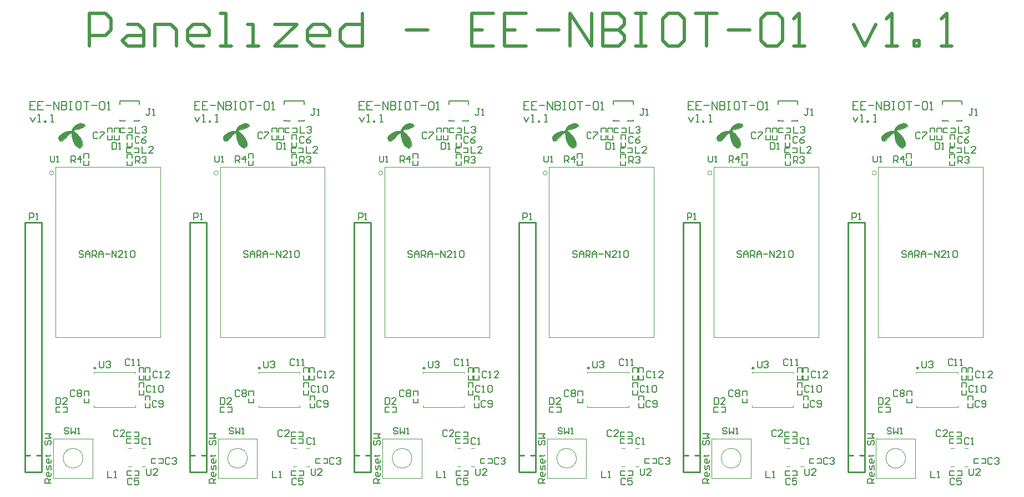
<source format=gto>
G04*
G04 #@! TF.GenerationSoftware,Altium Limited,Altium Designer,18.0.12 (696)*
G04*
G04 Layer_Color=65535*
%FSLAX44Y44*%
%MOMM*%
G71*
G01*
G75*
%ADD27C,0.2000*%
%ADD28C,0.2540*%
%ADD29C,0.5000*%
%ADD36C,0.1000*%
%ADD37C,0.2500*%
%ADD38C,0.1524*%
%ADD39C,0.0500*%
%ADD40C,0.1700*%
G36*
X1547374Y781114D02*
X1548085Y778509D01*
X1547374Y777058D01*
X1545004Y775845D01*
X1539695Y774093D01*
X1532532Y772082D01*
X1531516Y771066D01*
Y770113D01*
X1536258Y766324D01*
X1541806Y759480D01*
X1544545Y752486D01*
Y748778D01*
X1542310Y745314D01*
X1539695Y744750D01*
X1537091Y745721D01*
X1533513Y748778D01*
X1529772Y755785D01*
X1527910Y767101D01*
X1527187Y767672D01*
X1524773Y766324D01*
Y766191D01*
X1514367Y755785D01*
Y755631D01*
X1509953Y755631D01*
X1508868Y756716D01*
Y757820D01*
X1508000Y758688D01*
Y761699D01*
X1512001Y765700D01*
Y765936D01*
X1512777D01*
X1515878Y767672D01*
X1517464Y768560D01*
X1521162Y770114D01*
X1526891Y770922D01*
X1527910Y771066D01*
X1529772Y774842D01*
X1532230Y778195D01*
X1536655Y780686D01*
X1541103Y782367D01*
X1547374Y781114D01*
D02*
G37*
G36*
X1296374D02*
X1297085Y778509D01*
X1296374Y777058D01*
X1294004Y775845D01*
X1288695Y774093D01*
X1281532Y772082D01*
X1280516Y771066D01*
Y770113D01*
X1285258Y766324D01*
X1290806Y759480D01*
X1293545Y752486D01*
Y748778D01*
X1291310Y745314D01*
X1288695Y744750D01*
X1286091Y745721D01*
X1282513Y748778D01*
X1278772Y755785D01*
X1276910Y767101D01*
X1276187Y767672D01*
X1273773Y766324D01*
Y766191D01*
X1263367Y755785D01*
Y755631D01*
X1258953Y755631D01*
X1257868Y756716D01*
Y757820D01*
X1257000Y758688D01*
Y761699D01*
X1261001Y765700D01*
Y765936D01*
X1261777D01*
X1264878Y767672D01*
X1266464Y768560D01*
X1270162Y770114D01*
X1275891Y770922D01*
X1276910Y771066D01*
X1278772Y774842D01*
X1281230Y778195D01*
X1285656Y780686D01*
X1290103Y782367D01*
X1296374Y781114D01*
D02*
G37*
G36*
X1045374D02*
X1046085Y778509D01*
X1045374Y777058D01*
X1043004Y775845D01*
X1037695Y774093D01*
X1030532Y772082D01*
X1029516Y771066D01*
Y770113D01*
X1034258Y766324D01*
X1039806Y759480D01*
X1042545Y752486D01*
Y748778D01*
X1040310Y745314D01*
X1037695Y744750D01*
X1035091Y745721D01*
X1031514Y748778D01*
X1027772Y755785D01*
X1025910Y767101D01*
X1025187Y767672D01*
X1022773Y766324D01*
Y766191D01*
X1012367Y755785D01*
Y755631D01*
X1007953Y755631D01*
X1006868Y756716D01*
Y757820D01*
X1006000Y758688D01*
Y761699D01*
X1010001Y765700D01*
Y765936D01*
X1010777D01*
X1013878Y767672D01*
X1015464Y768560D01*
X1019162Y770114D01*
X1024891Y770922D01*
X1025910Y771066D01*
X1027772Y774842D01*
X1030230Y778195D01*
X1034655Y780686D01*
X1039103Y782367D01*
X1045374Y781114D01*
D02*
G37*
G36*
X794374D02*
X795085Y778509D01*
X794374Y777058D01*
X792004Y775845D01*
X786695Y774093D01*
X779532Y772082D01*
X778516Y771066D01*
Y770113D01*
X783258Y766324D01*
X788805Y759480D01*
X791545Y752486D01*
Y748778D01*
X789310Y745314D01*
X786695Y744750D01*
X784091Y745721D01*
X780514Y748778D01*
X776772Y755785D01*
X774910Y767101D01*
X774187Y767672D01*
X771773Y766324D01*
Y766191D01*
X761367Y755785D01*
Y755631D01*
X756953Y755631D01*
X755868Y756716D01*
Y757820D01*
X755000Y758688D01*
Y761699D01*
X759001Y765700D01*
Y765936D01*
X759777D01*
X762878Y767672D01*
X764464Y768560D01*
X768162Y770114D01*
X773891Y770922D01*
X774910Y771066D01*
X776772Y774842D01*
X779230Y778195D01*
X783655Y780686D01*
X788103Y782367D01*
X794374Y781114D01*
D02*
G37*
G36*
X543374D02*
X544085Y778509D01*
X543374Y777058D01*
X541004Y775845D01*
X535695Y774093D01*
X528532Y772082D01*
X527516Y771066D01*
Y770113D01*
X532258Y766324D01*
X537805Y759480D01*
X540545Y752486D01*
Y748778D01*
X538310Y745314D01*
X535695Y744750D01*
X533091Y745721D01*
X529513Y748778D01*
X525772Y755785D01*
X523910Y767101D01*
X523187Y767672D01*
X520773Y766324D01*
Y766191D01*
X510367Y755785D01*
Y755631D01*
X505953Y755631D01*
X504868Y756716D01*
Y757820D01*
X504000Y758688D01*
Y761699D01*
X508001Y765700D01*
Y765936D01*
X508777D01*
X511878Y767672D01*
X513464Y768560D01*
X517162Y770114D01*
X522891Y770922D01*
X523910Y771066D01*
X525772Y774842D01*
X528230Y778195D01*
X532655Y780686D01*
X537103Y782367D01*
X543374Y781114D01*
D02*
G37*
G36*
X292374D02*
X293085Y778509D01*
X292374Y777058D01*
X290004Y775845D01*
X284695Y774093D01*
X277532Y772082D01*
X276516Y771066D01*
Y770113D01*
X281258Y766324D01*
X286805Y759480D01*
X289545Y752486D01*
Y748778D01*
X287310Y745314D01*
X284695Y744750D01*
X282091Y745721D01*
X278513Y748778D01*
X274772Y755785D01*
X272910Y767101D01*
X272187Y767672D01*
X269772Y766324D01*
Y766191D01*
X259367Y755785D01*
Y755631D01*
X254953Y755631D01*
X253868Y756716D01*
Y757820D01*
X253000Y758688D01*
Y761699D01*
X257001Y765700D01*
Y765936D01*
X257777D01*
X260878Y767672D01*
X262464Y768560D01*
X266162Y770114D01*
X271891Y770922D01*
X272910Y771066D01*
X274772Y774842D01*
X277230Y778195D01*
X281655Y780686D01*
X286103Y782367D01*
X292374Y781114D01*
D02*
G37*
D27*
X346500Y785500D02*
Y787500D01*
Y785500D02*
X355500D01*
X367500D02*
X376500D01*
Y787500D01*
Y811500D02*
Y816500D01*
X346500D02*
X376500D01*
X346500Y811500D02*
Y816500D01*
X217747Y815191D02*
X209750D01*
Y803195D01*
X217747D01*
X209750Y809193D02*
X213749D01*
X229744Y815191D02*
X221746D01*
Y803195D01*
X229744D01*
X221746Y809193D02*
X225745D01*
X233742D02*
X241740D01*
X245738Y803195D02*
Y815191D01*
X253736Y803195D01*
Y815191D01*
X257735D02*
Y803195D01*
X263732D01*
X265732Y805195D01*
Y807194D01*
X263732Y809193D01*
X257735D01*
X263732D01*
X265732Y811193D01*
Y813192D01*
X263732Y815191D01*
X257735D01*
X269731D02*
X273729D01*
X271730D01*
Y803195D01*
X269731D01*
X273729D01*
X285725Y815191D02*
X281727D01*
X279727Y813192D01*
Y805195D01*
X281727Y803195D01*
X285725D01*
X287725Y805195D01*
Y813192D01*
X285725Y815191D01*
X291723D02*
X299721D01*
X295722D01*
Y803195D01*
X303720Y809193D02*
X311717D01*
X315716Y813192D02*
X317715Y815191D01*
X321714D01*
X323713Y813192D01*
Y805195D01*
X321714Y803195D01*
X317715D01*
X315716Y805195D01*
Y813192D01*
X327712Y803195D02*
X331711D01*
X329711D01*
Y815191D01*
X327712Y813192D01*
X209750Y791997D02*
X213749Y784000D01*
X217747Y791997D01*
X221746Y784000D02*
X225745D01*
X223745D01*
Y795996D01*
X221746Y793997D01*
X231743Y784000D02*
Y785999D01*
X233742D01*
Y784000D01*
X231743D01*
X241740D02*
X245738D01*
X243739D01*
Y795996D01*
X241740Y793997D01*
X291164Y586081D02*
X289498Y587747D01*
X286166D01*
X284500Y586081D01*
Y584414D01*
X286166Y582748D01*
X289498D01*
X291164Y581082D01*
Y579416D01*
X289498Y577750D01*
X286166D01*
X284500Y579416D01*
X294497Y577750D02*
Y584414D01*
X297829Y587747D01*
X301161Y584414D01*
Y577750D01*
Y582748D01*
X294497D01*
X304494Y577750D02*
Y587747D01*
X309492D01*
X311158Y586081D01*
Y582748D01*
X309492Y581082D01*
X304494D01*
X307826D02*
X311158Y577750D01*
X314490D02*
Y584414D01*
X317823Y587747D01*
X321155Y584414D01*
Y577750D01*
Y582748D01*
X314490D01*
X324487D02*
X331152D01*
X334484Y577750D02*
Y587747D01*
X341148Y577750D01*
Y587747D01*
X351145Y577750D02*
X344481D01*
X351145Y584414D01*
Y586081D01*
X349479Y587747D01*
X346147D01*
X344481Y586081D01*
X354478Y577750D02*
X357810D01*
X356144D01*
Y587747D01*
X354478Y586081D01*
X362808D02*
X364474Y587747D01*
X367807D01*
X369473Y586081D01*
Y579416D01*
X367807Y577750D01*
X364474D01*
X362808Y579416D01*
Y586081D01*
X597500Y785500D02*
Y787500D01*
Y785500D02*
X606500D01*
X618500D02*
X627500D01*
Y787500D01*
Y811500D02*
Y816500D01*
X597500D02*
X627500D01*
X597500Y811500D02*
Y816500D01*
X468747Y815191D02*
X460750D01*
Y803195D01*
X468747D01*
X460750Y809193D02*
X464749D01*
X480744Y815191D02*
X472746D01*
Y803195D01*
X480744D01*
X472746Y809193D02*
X476745D01*
X484742D02*
X492740D01*
X496738Y803195D02*
Y815191D01*
X504736Y803195D01*
Y815191D01*
X508735D02*
Y803195D01*
X514733D01*
X516732Y805195D01*
Y807194D01*
X514733Y809193D01*
X508735D01*
X514733D01*
X516732Y811193D01*
Y813192D01*
X514733Y815191D01*
X508735D01*
X520731D02*
X524729D01*
X522730D01*
Y803195D01*
X520731D01*
X524729D01*
X536726Y815191D02*
X532727D01*
X530727Y813192D01*
Y805195D01*
X532727Y803195D01*
X536726D01*
X538725Y805195D01*
Y813192D01*
X536726Y815191D01*
X542724D02*
X550721D01*
X546722D01*
Y803195D01*
X554720Y809193D02*
X562717D01*
X566716Y813192D02*
X568715Y815191D01*
X572714D01*
X574713Y813192D01*
Y805195D01*
X572714Y803195D01*
X568715D01*
X566716Y805195D01*
Y813192D01*
X578712Y803195D02*
X582711D01*
X580711D01*
Y815191D01*
X578712Y813192D01*
X460750Y791997D02*
X464749Y784000D01*
X468747Y791997D01*
X472746Y784000D02*
X476745D01*
X474745D01*
Y795996D01*
X472746Y793997D01*
X482743Y784000D02*
Y785999D01*
X484742D01*
Y784000D01*
X482743D01*
X492740D02*
X496738D01*
X494739D01*
Y795996D01*
X492740Y793997D01*
X542165Y586081D02*
X540499Y587747D01*
X537166D01*
X535500Y586081D01*
Y584414D01*
X537166Y582748D01*
X540499D01*
X542165Y581082D01*
Y579416D01*
X540499Y577750D01*
X537166D01*
X535500Y579416D01*
X545497Y577750D02*
Y584414D01*
X548829Y587747D01*
X552161Y584414D01*
Y577750D01*
Y582748D01*
X545497D01*
X555494Y577750D02*
Y587747D01*
X560492D01*
X562158Y586081D01*
Y582748D01*
X560492Y581082D01*
X555494D01*
X558826D02*
X562158Y577750D01*
X565490D02*
Y584414D01*
X568823Y587747D01*
X572155Y584414D01*
Y577750D01*
Y582748D01*
X565490D01*
X575487D02*
X582152D01*
X585484Y577750D02*
Y587747D01*
X592149Y577750D01*
Y587747D01*
X602145Y577750D02*
X595481D01*
X602145Y584414D01*
Y586081D01*
X600479Y587747D01*
X597147D01*
X595481Y586081D01*
X605477Y577750D02*
X608810D01*
X607144D01*
Y587747D01*
X605477Y586081D01*
X613808D02*
X615474Y587747D01*
X618807D01*
X620473Y586081D01*
Y579416D01*
X618807Y577750D01*
X615474D01*
X613808Y579416D01*
Y586081D01*
X848500Y785500D02*
Y787500D01*
Y785500D02*
X857500D01*
X869500D02*
X878500D01*
Y787500D01*
Y811500D02*
Y816500D01*
X848500D02*
X878500D01*
X848500Y811500D02*
Y816500D01*
X719747Y815191D02*
X711750D01*
Y803195D01*
X719747D01*
X711750Y809193D02*
X715749D01*
X731744Y815191D02*
X723746D01*
Y803195D01*
X731744D01*
X723746Y809193D02*
X727745D01*
X735742D02*
X743740D01*
X747738Y803195D02*
Y815191D01*
X755736Y803195D01*
Y815191D01*
X759734D02*
Y803195D01*
X765733D01*
X767732Y805195D01*
Y807194D01*
X765733Y809193D01*
X759734D01*
X765733D01*
X767732Y811193D01*
Y813192D01*
X765733Y815191D01*
X759734D01*
X771731D02*
X775729D01*
X773730D01*
Y803195D01*
X771731D01*
X775729D01*
X787726Y815191D02*
X783727D01*
X781727Y813192D01*
Y805195D01*
X783727Y803195D01*
X787726D01*
X789725Y805195D01*
Y813192D01*
X787726Y815191D01*
X793724D02*
X801721D01*
X797722D01*
Y803195D01*
X805720Y809193D02*
X813717D01*
X817716Y813192D02*
X819715Y815191D01*
X823714D01*
X825713Y813192D01*
Y805195D01*
X823714Y803195D01*
X819715D01*
X817716Y805195D01*
Y813192D01*
X829712Y803195D02*
X833711D01*
X831711D01*
Y815191D01*
X829712Y813192D01*
X711750Y791997D02*
X715749Y784000D01*
X719747Y791997D01*
X723746Y784000D02*
X727745D01*
X725746D01*
Y795996D01*
X723746Y793997D01*
X733743Y784000D02*
Y785999D01*
X735742D01*
Y784000D01*
X733743D01*
X743740D02*
X747738D01*
X745739D01*
Y795996D01*
X743740Y793997D01*
X793165Y586081D02*
X791498Y587747D01*
X788166D01*
X786500Y586081D01*
Y584414D01*
X788166Y582748D01*
X791498D01*
X793165Y581082D01*
Y579416D01*
X791498Y577750D01*
X788166D01*
X786500Y579416D01*
X796497Y577750D02*
Y584414D01*
X799829Y587747D01*
X803161Y584414D01*
Y577750D01*
Y582748D01*
X796497D01*
X806494Y577750D02*
Y587747D01*
X811492D01*
X813158Y586081D01*
Y582748D01*
X811492Y581082D01*
X806494D01*
X809826D02*
X813158Y577750D01*
X816490D02*
Y584414D01*
X819823Y587747D01*
X823155Y584414D01*
Y577750D01*
Y582748D01*
X816490D01*
X826487D02*
X833152D01*
X836484Y577750D02*
Y587747D01*
X843148Y577750D01*
Y587747D01*
X853145Y577750D02*
X846481D01*
X853145Y584414D01*
Y586081D01*
X851479Y587747D01*
X848147D01*
X846481Y586081D01*
X856478Y577750D02*
X859810D01*
X858144D01*
Y587747D01*
X856478Y586081D01*
X864808D02*
X866474Y587747D01*
X869807D01*
X871473Y586081D01*
Y579416D01*
X869807Y577750D01*
X866474D01*
X864808Y579416D01*
Y586081D01*
X1099500Y785500D02*
Y787500D01*
Y785500D02*
X1108500D01*
X1120500D02*
X1129500D01*
Y787500D01*
Y811500D02*
Y816500D01*
X1099500D02*
X1129500D01*
X1099500Y811500D02*
Y816500D01*
X970748Y815191D02*
X962750D01*
Y803195D01*
X970748D01*
X962750Y809193D02*
X966749D01*
X982744Y815191D02*
X974746D01*
Y803195D01*
X982744D01*
X974746Y809193D02*
X978745D01*
X986742D02*
X994740D01*
X998738Y803195D02*
Y815191D01*
X1006736Y803195D01*
Y815191D01*
X1010735D02*
Y803195D01*
X1016733D01*
X1018732Y805195D01*
Y807194D01*
X1016733Y809193D01*
X1010735D01*
X1016733D01*
X1018732Y811193D01*
Y813192D01*
X1016733Y815191D01*
X1010735D01*
X1022731D02*
X1026729D01*
X1024730D01*
Y803195D01*
X1022731D01*
X1026729D01*
X1038726Y815191D02*
X1034727D01*
X1032728Y813192D01*
Y805195D01*
X1034727Y803195D01*
X1038726D01*
X1040725Y805195D01*
Y813192D01*
X1038726Y815191D01*
X1044724D02*
X1052721D01*
X1048722D01*
Y803195D01*
X1056720Y809193D02*
X1064717D01*
X1068716Y813192D02*
X1070715Y815191D01*
X1074714D01*
X1076713Y813192D01*
Y805195D01*
X1074714Y803195D01*
X1070715D01*
X1068716Y805195D01*
Y813192D01*
X1080712Y803195D02*
X1084711D01*
X1082711D01*
Y815191D01*
X1080712Y813192D01*
X962750Y791997D02*
X966749Y784000D01*
X970748Y791997D01*
X974746Y784000D02*
X978745D01*
X976746D01*
Y795996D01*
X974746Y793997D01*
X984743Y784000D02*
Y785999D01*
X986742D01*
Y784000D01*
X984743D01*
X994740D02*
X998738D01*
X996739D01*
Y795996D01*
X994740Y793997D01*
X1044165Y586081D02*
X1042498Y587747D01*
X1039166D01*
X1037500Y586081D01*
Y584414D01*
X1039166Y582748D01*
X1042498D01*
X1044165Y581082D01*
Y579416D01*
X1042498Y577750D01*
X1039166D01*
X1037500Y579416D01*
X1047497Y577750D02*
Y584414D01*
X1050829Y587747D01*
X1054161Y584414D01*
Y577750D01*
Y582748D01*
X1047497D01*
X1057494Y577750D02*
Y587747D01*
X1062492D01*
X1064158Y586081D01*
Y582748D01*
X1062492Y581082D01*
X1057494D01*
X1060826D02*
X1064158Y577750D01*
X1067490D02*
Y584414D01*
X1070823Y587747D01*
X1074155Y584414D01*
Y577750D01*
Y582748D01*
X1067490D01*
X1077487D02*
X1084152D01*
X1087484Y577750D02*
Y587747D01*
X1094148Y577750D01*
Y587747D01*
X1104145Y577750D02*
X1097481D01*
X1104145Y584414D01*
Y586081D01*
X1102479Y587747D01*
X1099147D01*
X1097481Y586081D01*
X1107478Y577750D02*
X1110810D01*
X1109144D01*
Y587747D01*
X1107478Y586081D01*
X1115808D02*
X1117474Y587747D01*
X1120807D01*
X1122473Y586081D01*
Y579416D01*
X1120807Y577750D01*
X1117474D01*
X1115808Y579416D01*
Y586081D01*
X1350500Y785500D02*
Y787500D01*
Y785500D02*
X1359500D01*
X1371500D02*
X1380500D01*
Y787500D01*
Y811500D02*
Y816500D01*
X1350500D02*
X1380500D01*
X1350500Y811500D02*
Y816500D01*
X1221748Y815191D02*
X1213750D01*
Y803195D01*
X1221748D01*
X1213750Y809193D02*
X1217749D01*
X1233744Y815191D02*
X1225746D01*
Y803195D01*
X1233744D01*
X1225746Y809193D02*
X1229745D01*
X1237742D02*
X1245740D01*
X1249738Y803195D02*
Y815191D01*
X1257736Y803195D01*
Y815191D01*
X1261735D02*
Y803195D01*
X1267733D01*
X1269732Y805195D01*
Y807194D01*
X1267733Y809193D01*
X1261735D01*
X1267733D01*
X1269732Y811193D01*
Y813192D01*
X1267733Y815191D01*
X1261735D01*
X1273731D02*
X1277729D01*
X1275730D01*
Y803195D01*
X1273731D01*
X1277729D01*
X1289726Y815191D02*
X1285727D01*
X1283728Y813192D01*
Y805195D01*
X1285727Y803195D01*
X1289726D01*
X1291725Y805195D01*
Y813192D01*
X1289726Y815191D01*
X1295724D02*
X1303721D01*
X1299722D01*
Y803195D01*
X1307720Y809193D02*
X1315717D01*
X1319716Y813192D02*
X1321715Y815191D01*
X1325714D01*
X1327713Y813192D01*
Y805195D01*
X1325714Y803195D01*
X1321715D01*
X1319716Y805195D01*
Y813192D01*
X1331712Y803195D02*
X1335711D01*
X1333711D01*
Y815191D01*
X1331712Y813192D01*
X1213750Y791997D02*
X1217749Y784000D01*
X1221748Y791997D01*
X1225746Y784000D02*
X1229745D01*
X1227746D01*
Y795996D01*
X1225746Y793997D01*
X1235743Y784000D02*
Y785999D01*
X1237742D01*
Y784000D01*
X1235743D01*
X1245740D02*
X1249738D01*
X1247739D01*
Y795996D01*
X1245740Y793997D01*
X1295165Y586081D02*
X1293499Y587747D01*
X1290166D01*
X1288500Y586081D01*
Y584414D01*
X1290166Y582748D01*
X1293499D01*
X1295165Y581082D01*
Y579416D01*
X1293499Y577750D01*
X1290166D01*
X1288500Y579416D01*
X1298497Y577750D02*
Y584414D01*
X1301829Y587747D01*
X1305161Y584414D01*
Y577750D01*
Y582748D01*
X1298497D01*
X1308494Y577750D02*
Y587747D01*
X1313492D01*
X1315158Y586081D01*
Y582748D01*
X1313492Y581082D01*
X1308494D01*
X1311826D02*
X1315158Y577750D01*
X1318490D02*
Y584414D01*
X1321823Y587747D01*
X1325155Y584414D01*
Y577750D01*
Y582748D01*
X1318490D01*
X1328487D02*
X1335152D01*
X1338484Y577750D02*
Y587747D01*
X1345149Y577750D01*
Y587747D01*
X1355145Y577750D02*
X1348481D01*
X1355145Y584414D01*
Y586081D01*
X1353479Y587747D01*
X1350147D01*
X1348481Y586081D01*
X1358478Y577750D02*
X1361810D01*
X1360144D01*
Y587747D01*
X1358478Y586081D01*
X1366808D02*
X1368474Y587747D01*
X1371807D01*
X1373473Y586081D01*
Y579416D01*
X1371807Y577750D01*
X1368474D01*
X1366808Y579416D01*
Y586081D01*
X1601500Y785500D02*
Y787500D01*
Y785500D02*
X1610500D01*
X1622500D02*
X1631500D01*
Y787500D01*
Y811500D02*
Y816500D01*
X1601500D02*
X1631500D01*
X1601500Y811500D02*
Y816500D01*
X1472748Y815191D02*
X1464750D01*
Y803195D01*
X1472748D01*
X1464750Y809193D02*
X1468749D01*
X1484744Y815191D02*
X1476746D01*
Y803195D01*
X1484744D01*
X1476746Y809193D02*
X1480745D01*
X1488742D02*
X1496740D01*
X1500739Y803195D02*
Y815191D01*
X1508736Y803195D01*
Y815191D01*
X1512735D02*
Y803195D01*
X1518733D01*
X1520732Y805195D01*
Y807194D01*
X1518733Y809193D01*
X1512735D01*
X1518733D01*
X1520732Y811193D01*
Y813192D01*
X1518733Y815191D01*
X1512735D01*
X1524731D02*
X1528730D01*
X1526730D01*
Y803195D01*
X1524731D01*
X1528730D01*
X1540726Y815191D02*
X1536727D01*
X1534727Y813192D01*
Y805195D01*
X1536727Y803195D01*
X1540726D01*
X1542725Y805195D01*
Y813192D01*
X1540726Y815191D01*
X1546724D02*
X1554721D01*
X1550722D01*
Y803195D01*
X1558720Y809193D02*
X1566717D01*
X1570716Y813192D02*
X1572715Y815191D01*
X1576714D01*
X1578713Y813192D01*
Y805195D01*
X1576714Y803195D01*
X1572715D01*
X1570716Y805195D01*
Y813192D01*
X1582712Y803195D02*
X1586711D01*
X1584711D01*
Y815191D01*
X1582712Y813192D01*
X1464750Y791997D02*
X1468749Y784000D01*
X1472748Y791997D01*
X1476746Y784000D02*
X1480745D01*
X1478746D01*
Y795996D01*
X1476746Y793997D01*
X1486743Y784000D02*
Y785999D01*
X1488742D01*
Y784000D01*
X1486743D01*
X1496740D02*
X1500739D01*
X1498739D01*
Y795996D01*
X1496740Y793997D01*
X1546165Y586081D02*
X1544499Y587747D01*
X1541166D01*
X1539500Y586081D01*
Y584414D01*
X1541166Y582748D01*
X1544499D01*
X1546165Y581082D01*
Y579416D01*
X1544499Y577750D01*
X1541166D01*
X1539500Y579416D01*
X1549497Y577750D02*
Y584414D01*
X1552829Y587747D01*
X1556161Y584414D01*
Y577750D01*
Y582748D01*
X1549497D01*
X1559494Y577750D02*
Y587747D01*
X1564492D01*
X1566158Y586081D01*
Y582748D01*
X1564492Y581082D01*
X1559494D01*
X1562826D02*
X1566158Y577750D01*
X1569491D02*
Y584414D01*
X1572823Y587747D01*
X1576155Y584414D01*
Y577750D01*
Y582748D01*
X1569491D01*
X1579487D02*
X1586152D01*
X1589484Y577750D02*
Y587747D01*
X1596149Y577750D01*
Y587747D01*
X1606145Y577750D02*
X1599481D01*
X1606145Y584414D01*
Y586081D01*
X1604479Y587747D01*
X1601147D01*
X1599481Y586081D01*
X1609478Y577750D02*
X1612810D01*
X1611144D01*
Y587747D01*
X1609478Y586081D01*
X1617808D02*
X1619474Y587747D01*
X1622807D01*
X1624473Y586081D01*
Y579416D01*
X1622807Y577750D01*
X1619474D01*
X1617808Y579416D01*
Y586081D01*
D28*
X202300Y275400D02*
X209920D01*
X220080D02*
X227700D01*
X202300Y250000D02*
X227700D01*
Y631000D01*
X202300Y250000D02*
Y631000D01*
X227700D01*
X453300Y275400D02*
X460920D01*
X471080D02*
X478700D01*
X453300Y250000D02*
X478700D01*
Y631000D01*
X453300Y250000D02*
Y631000D01*
X478700D01*
X704300Y275400D02*
X711920D01*
X722080D02*
X729700D01*
X704300Y250000D02*
X729700D01*
Y631000D01*
X704300Y250000D02*
Y631000D01*
X729700D01*
X955300Y275400D02*
X962920D01*
X973080D02*
X980700D01*
X955300Y250000D02*
X980700D01*
Y631000D01*
X955300Y250000D02*
Y631000D01*
X980700D01*
X1206300Y275400D02*
X1213920D01*
X1224080D02*
X1231700D01*
X1206300Y250000D02*
X1231700D01*
Y631000D01*
X1206300Y250000D02*
Y631000D01*
X1231700D01*
X1457300Y275400D02*
X1464920D01*
X1475080D02*
X1482700D01*
X1457300Y250000D02*
X1482700D01*
Y631000D01*
X1457300Y250000D02*
Y631000D01*
X1482700D01*
D29*
X300000Y900000D02*
Y949984D01*
X324992D01*
X333323Y941653D01*
Y924992D01*
X324992Y916661D01*
X300000D01*
X358315Y933323D02*
X374976D01*
X383306Y924992D01*
Y900000D01*
X358315D01*
X349984Y908331D01*
X358315Y916661D01*
X383306D01*
X399968Y900000D02*
Y933323D01*
X424960D01*
X433290Y924992D01*
Y900000D01*
X474944D02*
X458282D01*
X449952Y908331D01*
Y924992D01*
X458282Y933323D01*
X474944D01*
X483274Y924992D01*
Y916661D01*
X449952D01*
X499935Y900000D02*
X516597D01*
X508266D01*
Y949984D01*
X499935D01*
X541589Y900000D02*
X558250D01*
X549919D01*
Y933323D01*
X541589D01*
X583242D02*
X616564D01*
X583242Y900000D01*
X616564D01*
X658218D02*
X641556D01*
X633226Y908331D01*
Y924992D01*
X641556Y933323D01*
X658218D01*
X666548Y924992D01*
Y916661D01*
X633226D01*
X716532Y949984D02*
Y900000D01*
X691540D01*
X683210Y908331D01*
Y924992D01*
X691540Y933323D01*
X716532D01*
X783177Y924992D02*
X816500D01*
X916468Y949984D02*
X883145D01*
Y900000D01*
X916468D01*
X883145Y924992D02*
X899806D01*
X966451Y949984D02*
X933129D01*
Y900000D01*
X966451D01*
X933129Y924992D02*
X949790D01*
X983113D02*
X1016435D01*
X1033096Y900000D02*
Y949984D01*
X1066419Y900000D01*
Y949984D01*
X1083080D02*
Y900000D01*
X1108072D01*
X1116403Y908331D01*
Y916661D01*
X1108072Y924992D01*
X1083080D01*
X1108072D01*
X1116403Y933323D01*
Y941653D01*
X1108072Y949984D01*
X1083080D01*
X1133064D02*
X1149725D01*
X1141395D01*
Y900000D01*
X1133064D01*
X1149725D01*
X1199709Y949984D02*
X1183048D01*
X1174717Y941653D01*
Y908331D01*
X1183048Y900000D01*
X1199709D01*
X1208040Y908331D01*
Y941653D01*
X1199709Y949984D01*
X1224701D02*
X1258024D01*
X1241363D01*
Y900000D01*
X1274685Y924992D02*
X1308008D01*
X1324669Y941653D02*
X1333000Y949984D01*
X1349661D01*
X1357991Y941653D01*
Y908331D01*
X1349661Y900000D01*
X1333000D01*
X1324669Y908331D01*
Y941653D01*
X1374653Y900000D02*
X1391314D01*
X1382983D01*
Y949984D01*
X1374653Y941653D01*
X1466290Y933323D02*
X1482951Y900000D01*
X1499612Y933323D01*
X1516274Y900000D02*
X1532935D01*
X1524604D01*
Y949984D01*
X1516274Y941653D01*
X1557927Y900000D02*
Y908331D01*
X1566257D01*
Y900000D01*
X1557927D01*
X1599580D02*
X1616241D01*
X1607911D01*
Y949984D01*
X1599580Y941653D01*
D36*
X245702Y706520D02*
G03*
X245702Y706520I-3162J0D01*
G01*
X356500Y286500D02*
G03*
X356500Y286500I-500J0D01*
G01*
X290250Y271000D02*
G03*
X290250Y271000I-15000J0D01*
G01*
X248540Y715520D02*
X408540D01*
Y455520D02*
Y715520D01*
X248540Y455520D02*
X408540D01*
X248540D02*
Y715520D01*
X359500Y286500D02*
X364550D01*
X380450D02*
X385500D01*
X359500Y258500D02*
X364550D01*
X380450D02*
X385500D01*
X307000Y400300D02*
Y402250D01*
X339350D01*
X307000Y349250D02*
Y351200D01*
Y349250D02*
X339350D01*
X337650D02*
X370000D01*
Y351200D01*
Y400300D02*
Y402250D01*
X337650D02*
X370000D01*
X284972Y744750D02*
X285240Y744777D01*
X283637Y744964D02*
X284972Y744750D01*
X282091Y745721D02*
X283637Y744964D01*
X281719Y745963D02*
X282091Y745721D01*
X281437Y746150D02*
X281719Y745963D01*
X279907Y747381D02*
X281437Y746150D01*
X278605Y748681D02*
X279907Y747381D01*
X278437Y748898D02*
X278605Y748681D01*
X277862Y749641D02*
X278437Y748898D01*
X276440Y752107D02*
X277862Y749641D01*
X274872Y755953D02*
X276440Y752107D01*
X273790Y760250D02*
X274872Y755953D01*
X273318Y763660D02*
X273790Y760250D01*
X273261Y764799D02*
X273318Y763660D01*
X273242Y765149D02*
X273261Y764799D01*
X273163Y766194D02*
X273242Y765149D01*
X273022Y767043D02*
X273163Y766194D01*
X272797Y767477D02*
X273022Y767043D01*
X272542Y767621D02*
X272797Y767477D01*
X272455Y767631D02*
X272542Y767621D01*
X272187Y767672D02*
X272455Y767631D01*
X271324Y767368D02*
X272187Y767672D01*
X269772Y766324D02*
X271324Y767368D01*
X267827Y764525D02*
X269772Y766324D01*
X266078Y762645D02*
X267827Y764525D01*
X265522Y761994D02*
X266078Y762645D01*
X265180Y761598D02*
X265522Y761994D01*
X264141Y760410D02*
X265180Y761598D01*
X262804Y758907D02*
X264141Y760410D01*
X261656Y757654D02*
X262804Y758907D01*
X261049Y757009D02*
X261656Y757654D01*
X260856Y756819D02*
X261049Y757009D01*
X260655Y756626D02*
X260856Y756819D01*
X260037Y756062D02*
X260655Y756626D01*
X259367Y755631D02*
X260037Y756062D01*
X258599Y755408D02*
X259367Y755631D01*
X257764Y755305D02*
X258599Y755408D01*
X257487Y755281D02*
X257764Y755305D01*
X257145Y755254D02*
X257487Y755281D01*
X255791Y755343D02*
X257145Y755254D01*
X254837Y755755D02*
X255791Y755343D01*
X254695Y755888D02*
X254837Y755755D01*
X254446Y756122D02*
X254695Y755888D01*
X253868Y756995D02*
X254446Y756122D01*
X253277Y758411D02*
X253868Y756995D01*
X253000Y759881D02*
X253277Y758411D01*
X253000Y759881D02*
X253022Y760844D01*
X253114Y761137D01*
X253165Y761308D01*
X253811Y762510D01*
X254747Y763850D01*
X254948Y764086D01*
X255165Y764346D01*
X255875Y765084D01*
X257001Y765936D01*
X258759Y766918D01*
X260878Y767965D01*
X261588Y768304D01*
X262391Y768689D01*
X264816Y769815D01*
X267060Y770602D01*
X269382Y770922D01*
X271986Y771017D01*
X272854Y771036D01*
X272914Y771039D01*
X273443Y771763D01*
X274105Y773154D01*
X274235Y773491D01*
X274365Y773830D01*
X274772Y774842D01*
X275277Y775921D01*
X275814Y776800D01*
X276443Y777538D01*
X277230Y778195D01*
X278236Y778840D01*
X279530Y779529D01*
X280762Y780134D01*
X281174Y780330D01*
X281741Y780601D01*
X283461Y781390D01*
X285029Y782003D01*
X286192Y782277D01*
X287006Y782326D01*
X287277Y782315D01*
X287695Y782299D01*
X289580Y782006D01*
X291487Y781347D01*
X291919Y781149D01*
X292179Y781029D01*
X292993Y779974D01*
X293085Y778509D01*
X292985Y778184D02*
X293085Y778509D01*
X292933Y778024D02*
X292985Y778184D01*
X292714Y777557D02*
X292933Y778024D01*
X292271Y777058D02*
X292714Y777557D01*
X291517Y776572D02*
X292271Y777058D01*
X290622Y776127D02*
X291517Y776572D01*
X290321Y775989D02*
X290622Y776127D01*
X290004Y775845D02*
X290321Y775989D01*
X288973Y775463D02*
X290004Y775845D01*
X287009Y774804D02*
X288973Y775463D01*
X284695Y774093D02*
X287009Y774804D01*
X282896Y773580D02*
X284695Y774093D01*
X282294Y773420D02*
X282896Y773580D01*
X281532Y773220D02*
X282294Y773420D01*
X279248Y772590D02*
X281532Y773220D01*
X277485Y772023D02*
X279248Y772590D01*
X276625Y771576D02*
X277485Y772023D01*
X276343Y771234D02*
X276625Y771576D01*
X276299Y771104D02*
X276343Y771234D01*
X276259Y770992D02*
X276299Y771104D01*
X276234Y770621D02*
X276259Y770992D01*
X276234Y770621D02*
X276516Y770113D01*
X277292Y769408D01*
X278355Y768597D01*
X278716Y768334D01*
X279381Y767848D01*
X281288Y766253D01*
X283520Y764013D01*
X285471Y761542D01*
X286805Y759480D01*
X287204Y758766D01*
X287437Y758346D01*
X288113Y757057D01*
X288748Y755649D01*
X289171Y754377D01*
X289396Y753398D01*
X289450Y753067D01*
X289545Y752486D01*
X289692Y750715D01*
X289564Y748778D02*
X289692Y750715D01*
X289062Y747240D02*
X289564Y748778D01*
X288449Y746321D02*
X289062Y747240D01*
X288186Y746079D02*
X288449Y746321D01*
X288023Y745933D02*
X288186Y746079D01*
X287310Y745314D02*
X288023Y745933D01*
X286879Y744975D02*
X287310Y745314D01*
X286860Y744970D02*
X286879Y744975D01*
X286838Y744964D02*
X286860Y744970D01*
X286322Y744899D02*
X286838Y744964D01*
X285441Y744799D02*
X286322Y744899D01*
X285240Y744777D02*
X285441Y744799D01*
X496702Y706520D02*
G03*
X496702Y706520I-3162J0D01*
G01*
X607500Y286500D02*
G03*
X607500Y286500I-500J0D01*
G01*
X541250Y271000D02*
G03*
X541250Y271000I-15000J0D01*
G01*
X499540Y715520D02*
X659540D01*
Y455520D02*
Y715520D01*
X499540Y455520D02*
X659540D01*
X499540D02*
Y715520D01*
X610500Y286500D02*
X615550D01*
X631450D02*
X636500D01*
X610500Y258500D02*
X615550D01*
X631450D02*
X636500D01*
X558000Y400300D02*
Y402250D01*
X590350D01*
X558000Y349250D02*
Y351200D01*
Y349250D02*
X590350D01*
X588650D02*
X621000D01*
Y351200D01*
Y400300D02*
Y402250D01*
X588650D02*
X621000D01*
X535972Y744750D02*
X536240Y744777D01*
X534637Y744964D02*
X535972Y744750D01*
X533091Y745721D02*
X534637Y744964D01*
X532719Y745963D02*
X533091Y745721D01*
X532437Y746150D02*
X532719Y745963D01*
X530907Y747381D02*
X532437Y746150D01*
X529605Y748681D02*
X530907Y747381D01*
X529437Y748898D02*
X529605Y748681D01*
X528862Y749641D02*
X529437Y748898D01*
X527440Y752107D02*
X528862Y749641D01*
X525872Y755953D02*
X527440Y752107D01*
X524790Y760250D02*
X525872Y755953D01*
X524318Y763660D02*
X524790Y760250D01*
X524261Y764799D02*
X524318Y763660D01*
X524242Y765149D02*
X524261Y764799D01*
X524163Y766194D02*
X524242Y765149D01*
X524022Y767043D02*
X524163Y766194D01*
X523797Y767477D02*
X524022Y767043D01*
X523542Y767621D02*
X523797Y767477D01*
X523455Y767631D02*
X523542Y767621D01*
X523187Y767672D02*
X523455Y767631D01*
X522324Y767368D02*
X523187Y767672D01*
X520773Y766324D02*
X522324Y767368D01*
X518828Y764525D02*
X520773Y766324D01*
X517078Y762645D02*
X518828Y764525D01*
X516522Y761994D02*
X517078Y762645D01*
X516180Y761598D02*
X516522Y761994D01*
X515141Y760410D02*
X516180Y761598D01*
X513804Y758907D02*
X515141Y760410D01*
X512656Y757654D02*
X513804Y758907D01*
X512049Y757009D02*
X512656Y757654D01*
X511856Y756819D02*
X512049Y757009D01*
X511655Y756626D02*
X511856Y756819D01*
X511037Y756062D02*
X511655Y756626D01*
X510367Y755631D02*
X511037Y756062D01*
X509599Y755408D02*
X510367Y755631D01*
X508764Y755305D02*
X509599Y755408D01*
X508487Y755281D02*
X508764Y755305D01*
X508145Y755254D02*
X508487Y755281D01*
X506791Y755343D02*
X508145Y755254D01*
X505837Y755755D02*
X506791Y755343D01*
X505695Y755888D02*
X505837Y755755D01*
X505446Y756122D02*
X505695Y755888D01*
X504868Y756995D02*
X505446Y756122D01*
X504277Y758411D02*
X504868Y756995D01*
X504000Y759881D02*
X504277Y758411D01*
X504000Y759881D02*
X504022Y760844D01*
X504114Y761137D01*
X504165Y761308D01*
X504811Y762510D01*
X505747Y763850D01*
X505948Y764086D01*
X506165Y764346D01*
X506875Y765084D01*
X508001Y765936D01*
X509759Y766918D01*
X511878Y767965D01*
X512588Y768304D01*
X513391Y768689D01*
X515816Y769815D01*
X518060Y770602D01*
X520382Y770922D01*
X522986Y771017D01*
X523854Y771036D01*
X523914Y771039D01*
X524443Y771763D01*
X525105Y773154D01*
X525235Y773491D01*
X525365Y773830D01*
X525772Y774842D01*
X526277Y775921D01*
X526814Y776800D01*
X527443Y777538D01*
X528230Y778195D01*
X529236Y778840D01*
X530530Y779529D01*
X531762Y780134D01*
X532174Y780330D01*
X532741Y780601D01*
X534461Y781390D01*
X536029Y782003D01*
X537192Y782277D01*
X538006Y782326D01*
X538277Y782315D01*
X538695Y782299D01*
X540580Y782006D01*
X542487Y781347D01*
X542919Y781149D01*
X543179Y781029D01*
X543993Y779974D01*
X544085Y778509D01*
X543985Y778184D02*
X544085Y778509D01*
X543933Y778024D02*
X543985Y778184D01*
X543714Y777557D02*
X543933Y778024D01*
X543271Y777058D02*
X543714Y777557D01*
X542517Y776572D02*
X543271Y777058D01*
X541622Y776127D02*
X542517Y776572D01*
X541321Y775989D02*
X541622Y776127D01*
X541004Y775845D02*
X541321Y775989D01*
X539973Y775463D02*
X541004Y775845D01*
X538009Y774804D02*
X539973Y775463D01*
X535695Y774093D02*
X538009Y774804D01*
X533896Y773580D02*
X535695Y774093D01*
X533294Y773420D02*
X533896Y773580D01*
X532532Y773220D02*
X533294Y773420D01*
X530248Y772590D02*
X532532Y773220D01*
X528485Y772023D02*
X530248Y772590D01*
X527625Y771576D02*
X528485Y772023D01*
X527343Y771234D02*
X527625Y771576D01*
X527299Y771104D02*
X527343Y771234D01*
X527258Y770992D02*
X527299Y771104D01*
X527234Y770621D02*
X527258Y770992D01*
X527234Y770621D02*
X527516Y770113D01*
X528292Y769408D01*
X529355Y768597D01*
X529716Y768334D01*
X530381Y767848D01*
X532288Y766253D01*
X534520Y764013D01*
X536471Y761542D01*
X537805Y759480D01*
X538204Y758766D01*
X538438Y758346D01*
X539113Y757057D01*
X539748Y755649D01*
X540171Y754377D01*
X540396Y753398D01*
X540450Y753067D01*
X540545Y752486D01*
X540692Y750715D01*
X540564Y748778D02*
X540692Y750715D01*
X540062Y747240D02*
X540564Y748778D01*
X539449Y746321D02*
X540062Y747240D01*
X539186Y746079D02*
X539449Y746321D01*
X539023Y745933D02*
X539186Y746079D01*
X538310Y745314D02*
X539023Y745933D01*
X537879Y744975D02*
X538310Y745314D01*
X537860Y744970D02*
X537879Y744975D01*
X537838Y744964D02*
X537860Y744970D01*
X537323Y744899D02*
X537838Y744964D01*
X536441Y744799D02*
X537323Y744899D01*
X536240Y744777D02*
X536441Y744799D01*
X747702Y706520D02*
G03*
X747702Y706520I-3162J0D01*
G01*
X858500Y286500D02*
G03*
X858500Y286500I-500J0D01*
G01*
X792250Y271000D02*
G03*
X792250Y271000I-15000J0D01*
G01*
X750540Y715520D02*
X910540D01*
Y455520D02*
Y715520D01*
X750540Y455520D02*
X910540D01*
X750540D02*
Y715520D01*
X861500Y286500D02*
X866550D01*
X882450D02*
X887500D01*
X861500Y258500D02*
X866550D01*
X882450D02*
X887500D01*
X809000Y400300D02*
Y402250D01*
X841350D01*
X809000Y349250D02*
Y351200D01*
Y349250D02*
X841350D01*
X839650D02*
X872000D01*
Y351200D01*
Y400300D02*
Y402250D01*
X839650D02*
X872000D01*
X786972Y744750D02*
X787240Y744777D01*
X785637Y744964D02*
X786972Y744750D01*
X784091Y745721D02*
X785637Y744964D01*
X783719Y745963D02*
X784091Y745721D01*
X783437Y746150D02*
X783719Y745963D01*
X781907Y747381D02*
X783437Y746150D01*
X780605Y748681D02*
X781907Y747381D01*
X780437Y748898D02*
X780605Y748681D01*
X779862Y749641D02*
X780437Y748898D01*
X778440Y752107D02*
X779862Y749641D01*
X776872Y755953D02*
X778440Y752107D01*
X775790Y760250D02*
X776872Y755953D01*
X775318Y763660D02*
X775790Y760250D01*
X775261Y764799D02*
X775318Y763660D01*
X775242Y765149D02*
X775261Y764799D01*
X775163Y766194D02*
X775242Y765149D01*
X775022Y767043D02*
X775163Y766194D01*
X774797Y767477D02*
X775022Y767043D01*
X774542Y767621D02*
X774797Y767477D01*
X774455Y767631D02*
X774542Y767621D01*
X774187Y767672D02*
X774455Y767631D01*
X773324Y767368D02*
X774187Y767672D01*
X771773Y766324D02*
X773324Y767368D01*
X769828Y764525D02*
X771773Y766324D01*
X768078Y762645D02*
X769828Y764525D01*
X767522Y761994D02*
X768078Y762645D01*
X767180Y761598D02*
X767522Y761994D01*
X766141Y760410D02*
X767180Y761598D01*
X764804Y758907D02*
X766141Y760410D01*
X763656Y757654D02*
X764804Y758907D01*
X763049Y757009D02*
X763656Y757654D01*
X762856Y756819D02*
X763049Y757009D01*
X762655Y756626D02*
X762856Y756819D01*
X762037Y756062D02*
X762655Y756626D01*
X761367Y755631D02*
X762037Y756062D01*
X760599Y755408D02*
X761367Y755631D01*
X759763Y755305D02*
X760599Y755408D01*
X759487Y755281D02*
X759763Y755305D01*
X759145Y755254D02*
X759487Y755281D01*
X757791Y755343D02*
X759145Y755254D01*
X756837Y755755D02*
X757791Y755343D01*
X756695Y755888D02*
X756837Y755755D01*
X756446Y756122D02*
X756695Y755888D01*
X755868Y756995D02*
X756446Y756122D01*
X755277Y758411D02*
X755868Y756995D01*
X755000Y759881D02*
X755277Y758411D01*
X755000Y759881D02*
X755022Y760844D01*
X755114Y761137D01*
X755166Y761308D01*
X755811Y762510D01*
X756747Y763850D01*
X756948Y764086D01*
X757165Y764346D01*
X757876Y765084D01*
X759001Y765936D01*
X760759Y766918D01*
X762878Y767965D01*
X763588Y768304D01*
X764391Y768689D01*
X766817Y769815D01*
X769060Y770602D01*
X771382Y770922D01*
X773986Y771017D01*
X774854Y771036D01*
X774914Y771039D01*
X775443Y771763D01*
X776105Y773154D01*
X776235Y773491D01*
X776365Y773830D01*
X776772Y774842D01*
X777277Y775921D01*
X777814Y776800D01*
X778443Y777538D01*
X779230Y778195D01*
X780236Y778840D01*
X781530Y779529D01*
X782762Y780134D01*
X783174Y780330D01*
X783741Y780601D01*
X785461Y781390D01*
X787029Y782003D01*
X788192Y782277D01*
X789006Y782326D01*
X789277Y782315D01*
X789695Y782299D01*
X791581Y782006D01*
X793487Y781347D01*
X793919Y781149D01*
X794179Y781029D01*
X794993Y779974D01*
X795085Y778509D01*
X794985Y778184D02*
X795085Y778509D01*
X794933Y778024D02*
X794985Y778184D01*
X794714Y777557D02*
X794933Y778024D01*
X794271Y777058D02*
X794714Y777557D01*
X793517Y776572D02*
X794271Y777058D01*
X792622Y776127D02*
X793517Y776572D01*
X792321Y775989D02*
X792622Y776127D01*
X792004Y775845D02*
X792321Y775989D01*
X790973Y775463D02*
X792004Y775845D01*
X789009Y774804D02*
X790973Y775463D01*
X786695Y774093D02*
X789009Y774804D01*
X784896Y773580D02*
X786695Y774093D01*
X784294Y773420D02*
X784896Y773580D01*
X783532Y773220D02*
X784294Y773420D01*
X781248Y772590D02*
X783532Y773220D01*
X779485Y772023D02*
X781248Y772590D01*
X778625Y771576D02*
X779485Y772023D01*
X778343Y771234D02*
X778625Y771576D01*
X778299Y771104D02*
X778343Y771234D01*
X778259Y770992D02*
X778299Y771104D01*
X778234Y770621D02*
X778259Y770992D01*
X778234Y770621D02*
X778516Y770113D01*
X779292Y769408D01*
X780355Y768597D01*
X780716Y768334D01*
X781381Y767848D01*
X783288Y766253D01*
X785520Y764013D01*
X787471Y761542D01*
X788805Y759480D01*
X789204Y758766D01*
X789437Y758346D01*
X790113Y757057D01*
X790748Y755649D01*
X791171Y754377D01*
X791396Y753398D01*
X791450Y753067D01*
X791545Y752486D01*
X791692Y750715D01*
X791564Y748778D02*
X791692Y750715D01*
X791062Y747240D02*
X791564Y748778D01*
X790449Y746321D02*
X791062Y747240D01*
X790186Y746079D02*
X790449Y746321D01*
X790023Y745933D02*
X790186Y746079D01*
X789310Y745314D02*
X790023Y745933D01*
X788879Y744975D02*
X789310Y745314D01*
X788860Y744970D02*
X788879Y744975D01*
X788838Y744964D02*
X788860Y744970D01*
X788323Y744899D02*
X788838Y744964D01*
X787441Y744799D02*
X788323Y744899D01*
X787240Y744777D02*
X787441Y744799D01*
X998702Y706520D02*
G03*
X998702Y706520I-3162J0D01*
G01*
X1109500Y286500D02*
G03*
X1109500Y286500I-500J0D01*
G01*
X1043250Y271000D02*
G03*
X1043250Y271000I-15000J0D01*
G01*
X1001540Y715520D02*
X1161540D01*
Y455520D02*
Y715520D01*
X1001540Y455520D02*
X1161540D01*
X1001540D02*
Y715520D01*
X1112500Y286500D02*
X1117550D01*
X1133450D02*
X1138500D01*
X1112500Y258500D02*
X1117550D01*
X1133450D02*
X1138500D01*
X1060000Y400300D02*
Y402250D01*
X1092350D01*
X1060000Y349250D02*
Y351200D01*
Y349250D02*
X1092350D01*
X1090650D02*
X1123000D01*
Y351200D01*
Y400300D02*
Y402250D01*
X1090650D02*
X1123000D01*
X1037972Y744750D02*
X1038240Y744777D01*
X1036637Y744964D02*
X1037972Y744750D01*
X1035091Y745721D02*
X1036637Y744964D01*
X1034719Y745963D02*
X1035091Y745721D01*
X1034437Y746150D02*
X1034719Y745963D01*
X1032907Y747381D02*
X1034437Y746150D01*
X1031605Y748681D02*
X1032907Y747381D01*
X1031437Y748898D02*
X1031605Y748681D01*
X1030862Y749641D02*
X1031437Y748898D01*
X1029440Y752107D02*
X1030862Y749641D01*
X1027872Y755953D02*
X1029440Y752107D01*
X1026790Y760250D02*
X1027872Y755953D01*
X1026318Y763660D02*
X1026790Y760250D01*
X1026261Y764799D02*
X1026318Y763660D01*
X1026242Y765149D02*
X1026261Y764799D01*
X1026163Y766194D02*
X1026242Y765149D01*
X1026022Y767043D02*
X1026163Y766194D01*
X1025797Y767477D02*
X1026022Y767043D01*
X1025542Y767621D02*
X1025797Y767477D01*
X1025455Y767631D02*
X1025542Y767621D01*
X1025187Y767672D02*
X1025455Y767631D01*
X1024324Y767368D02*
X1025187Y767672D01*
X1022773Y766324D02*
X1024324Y767368D01*
X1020828Y764525D02*
X1022773Y766324D01*
X1019078Y762645D02*
X1020828Y764525D01*
X1018522Y761994D02*
X1019078Y762645D01*
X1018180Y761598D02*
X1018522Y761994D01*
X1017141Y760410D02*
X1018180Y761598D01*
X1015804Y758907D02*
X1017141Y760410D01*
X1014656Y757654D02*
X1015804Y758907D01*
X1014049Y757009D02*
X1014656Y757654D01*
X1013856Y756819D02*
X1014049Y757009D01*
X1013655Y756626D02*
X1013856Y756819D01*
X1013037Y756062D02*
X1013655Y756626D01*
X1012367Y755631D02*
X1013037Y756062D01*
X1011599Y755408D02*
X1012367Y755631D01*
X1010764Y755305D02*
X1011599Y755408D01*
X1010487Y755281D02*
X1010764Y755305D01*
X1010145Y755254D02*
X1010487Y755281D01*
X1008792Y755343D02*
X1010145Y755254D01*
X1007837Y755755D02*
X1008792Y755343D01*
X1007695Y755888D02*
X1007837Y755755D01*
X1007446Y756122D02*
X1007695Y755888D01*
X1006868Y756995D02*
X1007446Y756122D01*
X1006277Y758411D02*
X1006868Y756995D01*
X1006000Y759881D02*
X1006277Y758411D01*
X1006000Y759881D02*
X1006022Y760844D01*
X1006114Y761137D01*
X1006166Y761308D01*
X1006811Y762510D01*
X1007747Y763850D01*
X1007948Y764086D01*
X1008165Y764346D01*
X1008876Y765084D01*
X1010001Y765936D01*
X1011759Y766918D01*
X1013878Y767965D01*
X1014588Y768304D01*
X1015391Y768689D01*
X1017817Y769815D01*
X1020060Y770602D01*
X1022382Y770922D01*
X1024986Y771017D01*
X1025854Y771036D01*
X1025914Y771039D01*
X1026443Y771763D01*
X1027105Y773154D01*
X1027235Y773491D01*
X1027365Y773830D01*
X1027772Y774842D01*
X1028277Y775921D01*
X1028814Y776800D01*
X1029443Y777538D01*
X1030230Y778195D01*
X1031236Y778840D01*
X1032530Y779529D01*
X1033762Y780134D01*
X1034174Y780330D01*
X1034741Y780601D01*
X1036461Y781390D01*
X1038029Y782003D01*
X1039192Y782277D01*
X1040006Y782326D01*
X1040277Y782315D01*
X1040695Y782299D01*
X1042580Y782006D01*
X1044488Y781347D01*
X1044919Y781149D01*
X1045179Y781029D01*
X1045993Y779974D01*
X1046085Y778509D01*
X1045985Y778184D02*
X1046085Y778509D01*
X1045933Y778024D02*
X1045985Y778184D01*
X1045714Y777557D02*
X1045933Y778024D01*
X1045272Y777058D02*
X1045714Y777557D01*
X1044517Y776572D02*
X1045272Y777058D01*
X1043622Y776127D02*
X1044517Y776572D01*
X1043321Y775989D02*
X1043622Y776127D01*
X1043004Y775845D02*
X1043321Y775989D01*
X1041973Y775463D02*
X1043004Y775845D01*
X1040009Y774804D02*
X1041973Y775463D01*
X1037695Y774093D02*
X1040009Y774804D01*
X1035897Y773580D02*
X1037695Y774093D01*
X1035294Y773420D02*
X1035897Y773580D01*
X1034532Y773220D02*
X1035294Y773420D01*
X1032248Y772590D02*
X1034532Y773220D01*
X1030485Y772023D02*
X1032248Y772590D01*
X1029625Y771576D02*
X1030485Y772023D01*
X1029343Y771234D02*
X1029625Y771576D01*
X1029299Y771104D02*
X1029343Y771234D01*
X1029259Y770992D02*
X1029299Y771104D01*
X1029234Y770621D02*
X1029259Y770992D01*
X1029234Y770621D02*
X1029516Y770113D01*
X1030292Y769408D01*
X1031356Y768597D01*
X1031716Y768334D01*
X1032381Y767848D01*
X1034288Y766253D01*
X1036520Y764013D01*
X1038471Y761542D01*
X1039806Y759480D01*
X1040204Y758766D01*
X1040437Y758346D01*
X1041113Y757057D01*
X1041748Y755649D01*
X1042171Y754377D01*
X1042396Y753398D01*
X1042450Y753067D01*
X1042545Y752486D01*
X1042692Y750715D01*
X1042564Y748778D02*
X1042692Y750715D01*
X1042062Y747240D02*
X1042564Y748778D01*
X1041449Y746321D02*
X1042062Y747240D01*
X1041186Y746079D02*
X1041449Y746321D01*
X1041023Y745933D02*
X1041186Y746079D01*
X1040310Y745314D02*
X1041023Y745933D01*
X1039879Y744975D02*
X1040310Y745314D01*
X1039860Y744970D02*
X1039879Y744975D01*
X1039838Y744964D02*
X1039860Y744970D01*
X1039323Y744899D02*
X1039838Y744964D01*
X1038441Y744799D02*
X1039323Y744899D01*
X1038240Y744777D02*
X1038441Y744799D01*
X1249702Y706520D02*
G03*
X1249702Y706520I-3162J0D01*
G01*
X1360500Y286500D02*
G03*
X1360500Y286500I-500J0D01*
G01*
X1294250Y271000D02*
G03*
X1294250Y271000I-15000J0D01*
G01*
X1252540Y715520D02*
X1412540D01*
Y455520D02*
Y715520D01*
X1252540Y455520D02*
X1412540D01*
X1252540D02*
Y715520D01*
X1363500Y286500D02*
X1368550D01*
X1384450D02*
X1389500D01*
X1363500Y258500D02*
X1368550D01*
X1384450D02*
X1389500D01*
X1311000Y400300D02*
Y402250D01*
X1343350D01*
X1311000Y349250D02*
Y351200D01*
Y349250D02*
X1343350D01*
X1341650D02*
X1374000D01*
Y351200D01*
Y400300D02*
Y402250D01*
X1341650D02*
X1374000D01*
X1288972Y744750D02*
X1289240Y744777D01*
X1287637Y744964D02*
X1288972Y744750D01*
X1286091Y745721D02*
X1287637Y744964D01*
X1285719Y745963D02*
X1286091Y745721D01*
X1285437Y746150D02*
X1285719Y745963D01*
X1283907Y747381D02*
X1285437Y746150D01*
X1282605Y748681D02*
X1283907Y747381D01*
X1282437Y748898D02*
X1282605Y748681D01*
X1281862Y749641D02*
X1282437Y748898D01*
X1280440Y752107D02*
X1281862Y749641D01*
X1278872Y755953D02*
X1280440Y752107D01*
X1277790Y760250D02*
X1278872Y755953D01*
X1277318Y763660D02*
X1277790Y760250D01*
X1277261Y764799D02*
X1277318Y763660D01*
X1277242Y765149D02*
X1277261Y764799D01*
X1277163Y766194D02*
X1277242Y765149D01*
X1277022Y767043D02*
X1277163Y766194D01*
X1276797Y767477D02*
X1277022Y767043D01*
X1276542Y767621D02*
X1276797Y767477D01*
X1276456Y767631D02*
X1276542Y767621D01*
X1276187Y767672D02*
X1276456Y767631D01*
X1275324Y767368D02*
X1276187Y767672D01*
X1273773Y766324D02*
X1275324Y767368D01*
X1271828Y764525D02*
X1273773Y766324D01*
X1270078Y762645D02*
X1271828Y764525D01*
X1269522Y761994D02*
X1270078Y762645D01*
X1269180Y761598D02*
X1269522Y761994D01*
X1268141Y760410D02*
X1269180Y761598D01*
X1266804Y758907D02*
X1268141Y760410D01*
X1265656Y757654D02*
X1266804Y758907D01*
X1265049Y757009D02*
X1265656Y757654D01*
X1264856Y756819D02*
X1265049Y757009D01*
X1264655Y756626D02*
X1264856Y756819D01*
X1264037Y756062D02*
X1264655Y756626D01*
X1263367Y755631D02*
X1264037Y756062D01*
X1262599Y755408D02*
X1263367Y755631D01*
X1261764Y755305D02*
X1262599Y755408D01*
X1261487Y755281D02*
X1261764Y755305D01*
X1261145Y755254D02*
X1261487Y755281D01*
X1259791Y755343D02*
X1261145Y755254D01*
X1258837Y755755D02*
X1259791Y755343D01*
X1258696Y755888D02*
X1258837Y755755D01*
X1258446Y756122D02*
X1258696Y755888D01*
X1257868Y756995D02*
X1258446Y756122D01*
X1257277Y758411D02*
X1257868Y756995D01*
X1257000Y759881D02*
X1257277Y758411D01*
X1257000Y759881D02*
X1257022Y760844D01*
X1257114Y761137D01*
X1257166Y761308D01*
X1257811Y762510D01*
X1258747Y763850D01*
X1258948Y764086D01*
X1259165Y764346D01*
X1259876Y765084D01*
X1261001Y765936D01*
X1262759Y766918D01*
X1264878Y767965D01*
X1265589Y768304D01*
X1266391Y768689D01*
X1268817Y769815D01*
X1271060Y770602D01*
X1273382Y770922D01*
X1275986Y771017D01*
X1276854Y771036D01*
X1276914Y771039D01*
X1277443Y771763D01*
X1278105Y773154D01*
X1278235Y773491D01*
X1278365Y773830D01*
X1278772Y774842D01*
X1279277Y775921D01*
X1279814Y776800D01*
X1280443Y777538D01*
X1281230Y778195D01*
X1282236Y778840D01*
X1283530Y779529D01*
X1284762Y780134D01*
X1285174Y780330D01*
X1285741Y780601D01*
X1287461Y781390D01*
X1289029Y782003D01*
X1290193Y782277D01*
X1291006Y782326D01*
X1291277Y782315D01*
X1291695Y782299D01*
X1293580Y782006D01*
X1295488Y781347D01*
X1295919Y781149D01*
X1296179Y781029D01*
X1296993Y779974D01*
X1297085Y778509D01*
X1296985Y778184D02*
X1297085Y778509D01*
X1296933Y778024D02*
X1296985Y778184D01*
X1296714Y777557D02*
X1296933Y778024D01*
X1296272Y777058D02*
X1296714Y777557D01*
X1295517Y776572D02*
X1296272Y777058D01*
X1294622Y776127D02*
X1295517Y776572D01*
X1294321Y775989D02*
X1294622Y776127D01*
X1294004Y775845D02*
X1294321Y775989D01*
X1292973Y775463D02*
X1294004Y775845D01*
X1291009Y774804D02*
X1292973Y775463D01*
X1288695Y774093D02*
X1291009Y774804D01*
X1286897Y773580D02*
X1288695Y774093D01*
X1286294Y773420D02*
X1286897Y773580D01*
X1285532Y773220D02*
X1286294Y773420D01*
X1283248Y772590D02*
X1285532Y773220D01*
X1281485Y772023D02*
X1283248Y772590D01*
X1280625Y771576D02*
X1281485Y772023D01*
X1280343Y771234D02*
X1280625Y771576D01*
X1280299Y771104D02*
X1280343Y771234D01*
X1280259Y770992D02*
X1280299Y771104D01*
X1280234Y770621D02*
X1280259Y770992D01*
X1280234Y770621D02*
X1280516Y770113D01*
X1281292Y769408D01*
X1282355Y768597D01*
X1282716Y768334D01*
X1283381Y767848D01*
X1285288Y766253D01*
X1287520Y764013D01*
X1289471Y761542D01*
X1290806Y759480D01*
X1291204Y758766D01*
X1291438Y758346D01*
X1292113Y757057D01*
X1292748Y755649D01*
X1293171Y754377D01*
X1293396Y753398D01*
X1293450Y753067D01*
X1293545Y752486D01*
X1293692Y750715D01*
X1293564Y748778D02*
X1293692Y750715D01*
X1293062Y747240D02*
X1293564Y748778D01*
X1292449Y746321D02*
X1293062Y747240D01*
X1292186Y746079D02*
X1292449Y746321D01*
X1292023Y745933D02*
X1292186Y746079D01*
X1291310Y745314D02*
X1292023Y745933D01*
X1290879Y744975D02*
X1291310Y745314D01*
X1290860Y744970D02*
X1290879Y744975D01*
X1290838Y744964D02*
X1290860Y744970D01*
X1290323Y744899D02*
X1290838Y744964D01*
X1289441Y744799D02*
X1290323Y744899D01*
X1289240Y744777D02*
X1289441Y744799D01*
X1500703Y706520D02*
G03*
X1500703Y706520I-3162J0D01*
G01*
X1611500Y286500D02*
G03*
X1611500Y286500I-500J0D01*
G01*
X1545250Y271000D02*
G03*
X1545250Y271000I-15000J0D01*
G01*
X1503540Y715520D02*
X1663540D01*
Y455520D02*
Y715520D01*
X1503540Y455520D02*
X1663540D01*
X1503540D02*
Y715520D01*
X1614500Y286500D02*
X1619550D01*
X1635450D02*
X1640500D01*
X1614500Y258500D02*
X1619550D01*
X1635450D02*
X1640500D01*
X1562000Y400300D02*
Y402250D01*
X1594350D01*
X1562000Y349250D02*
Y351200D01*
Y349250D02*
X1594350D01*
X1592650D02*
X1625000D01*
Y351200D01*
Y400300D02*
Y402250D01*
X1592650D02*
X1625000D01*
X1539972Y744750D02*
X1540240Y744777D01*
X1538637Y744964D02*
X1539972Y744750D01*
X1537091Y745721D02*
X1538637Y744964D01*
X1536719Y745963D02*
X1537091Y745721D01*
X1536437Y746150D02*
X1536719Y745963D01*
X1534907Y747381D02*
X1536437Y746150D01*
X1533605Y748681D02*
X1534907Y747381D01*
X1533437Y748898D02*
X1533605Y748681D01*
X1532862Y749641D02*
X1533437Y748898D01*
X1531440Y752107D02*
X1532862Y749641D01*
X1529872Y755953D02*
X1531440Y752107D01*
X1528790Y760250D02*
X1529872Y755953D01*
X1528318Y763660D02*
X1528790Y760250D01*
X1528261Y764799D02*
X1528318Y763660D01*
X1528242Y765149D02*
X1528261Y764799D01*
X1528163Y766194D02*
X1528242Y765149D01*
X1528022Y767043D02*
X1528163Y766194D01*
X1527797Y767477D02*
X1528022Y767043D01*
X1527542Y767621D02*
X1527797Y767477D01*
X1527455Y767631D02*
X1527542Y767621D01*
X1527187Y767672D02*
X1527455Y767631D01*
X1526324Y767368D02*
X1527187Y767672D01*
X1524773Y766324D02*
X1526324Y767368D01*
X1522828Y764525D02*
X1524773Y766324D01*
X1521078Y762645D02*
X1522828Y764525D01*
X1520522Y761994D02*
X1521078Y762645D01*
X1520180Y761598D02*
X1520522Y761994D01*
X1519141Y760410D02*
X1520180Y761598D01*
X1517804Y758907D02*
X1519141Y760410D01*
X1516656Y757654D02*
X1517804Y758907D01*
X1516049Y757009D02*
X1516656Y757654D01*
X1515856Y756819D02*
X1516049Y757009D01*
X1515655Y756626D02*
X1515856Y756819D01*
X1515037Y756062D02*
X1515655Y756626D01*
X1514367Y755631D02*
X1515037Y756062D01*
X1513599Y755408D02*
X1514367Y755631D01*
X1512764Y755305D02*
X1513599Y755408D01*
X1512487Y755281D02*
X1512764Y755305D01*
X1512145Y755254D02*
X1512487Y755281D01*
X1510791Y755343D02*
X1512145Y755254D01*
X1509837Y755755D02*
X1510791Y755343D01*
X1509696Y755888D02*
X1509837Y755755D01*
X1509446Y756122D02*
X1509696Y755888D01*
X1508868Y756995D02*
X1509446Y756122D01*
X1508277Y758411D02*
X1508868Y756995D01*
X1508000Y759881D02*
X1508277Y758411D01*
X1508000Y759881D02*
X1508022Y760844D01*
X1508114Y761137D01*
X1508166Y761308D01*
X1508811Y762510D01*
X1509747Y763850D01*
X1509948Y764086D01*
X1510165Y764346D01*
X1510876Y765084D01*
X1512001Y765936D01*
X1513759Y766918D01*
X1515878Y767965D01*
X1516588Y768304D01*
X1517392Y768689D01*
X1519817Y769815D01*
X1522060Y770602D01*
X1524382Y770922D01*
X1526986Y771017D01*
X1527854Y771036D01*
X1527914Y771039D01*
X1528443Y771763D01*
X1529105Y773154D01*
X1529235Y773491D01*
X1529365Y773830D01*
X1529772Y774842D01*
X1530277Y775921D01*
X1530814Y776800D01*
X1531443Y777538D01*
X1532230Y778195D01*
X1533236Y778840D01*
X1534530Y779529D01*
X1535762Y780134D01*
X1536174Y780330D01*
X1536741Y780601D01*
X1538461Y781390D01*
X1540029Y782003D01*
X1541192Y782277D01*
X1542006Y782326D01*
X1542278Y782315D01*
X1542695Y782299D01*
X1544581Y782006D01*
X1546488Y781347D01*
X1546919Y781149D01*
X1547179Y781029D01*
X1547993Y779974D01*
X1548085Y778509D01*
X1547985Y778184D02*
X1548085Y778509D01*
X1547933Y778024D02*
X1547985Y778184D01*
X1547714Y777557D02*
X1547933Y778024D01*
X1547272Y777058D02*
X1547714Y777557D01*
X1546517Y776572D02*
X1547272Y777058D01*
X1545622Y776127D02*
X1546517Y776572D01*
X1545321Y775989D02*
X1545622Y776127D01*
X1545004Y775845D02*
X1545321Y775989D01*
X1543973Y775463D02*
X1545004Y775845D01*
X1542009Y774804D02*
X1543973Y775463D01*
X1539695Y774093D02*
X1542009Y774804D01*
X1537897Y773580D02*
X1539695Y774093D01*
X1537294Y773420D02*
X1537897Y773580D01*
X1536532Y773220D02*
X1537294Y773420D01*
X1534248Y772590D02*
X1536532Y773220D01*
X1532485Y772023D02*
X1534248Y772590D01*
X1531625Y771576D02*
X1532485Y772023D01*
X1531343Y771234D02*
X1531625Y771576D01*
X1531299Y771104D02*
X1531343Y771234D01*
X1531259Y770992D02*
X1531299Y771104D01*
X1531234Y770621D02*
X1531259Y770992D01*
X1531234Y770621D02*
X1531516Y770113D01*
X1532292Y769408D01*
X1533356Y768597D01*
X1533716Y768334D01*
X1534381Y767848D01*
X1536288Y766253D01*
X1538520Y764013D01*
X1540471Y761542D01*
X1541806Y759480D01*
X1542204Y758766D01*
X1542438Y758346D01*
X1543113Y757057D01*
X1543748Y755649D01*
X1544171Y754377D01*
X1544396Y753398D01*
X1544450Y753067D01*
X1544545Y752486D01*
X1544692Y750715D01*
X1544564Y748778D02*
X1544692Y750715D01*
X1544062Y747240D02*
X1544564Y748778D01*
X1543449Y746321D02*
X1544062Y747240D01*
X1543186Y746079D02*
X1543449Y746321D01*
X1543024Y745933D02*
X1543186Y746079D01*
X1542310Y745314D02*
X1543024Y745933D01*
X1541879Y744975D02*
X1542310Y745314D01*
X1541860Y744970D02*
X1541879Y744975D01*
X1541838Y744964D02*
X1541860Y744970D01*
X1541323Y744899D02*
X1541838Y744964D01*
X1540441Y744799D02*
X1541323Y744899D01*
X1540240Y744777D02*
X1540441Y744799D01*
D37*
X309750Y408750D02*
G03*
X309750Y408750I-1250J0D01*
G01*
X560750D02*
G03*
X560750Y408750I-1250J0D01*
G01*
X811750D02*
G03*
X811750Y408750I-1250J0D01*
G01*
X1062750D02*
G03*
X1062750Y408750I-1250J0D01*
G01*
X1313750D02*
G03*
X1313750Y408750I-1250J0D01*
G01*
X1564750D02*
G03*
X1564750Y408750I-1250J0D01*
G01*
D38*
X357251Y311001D02*
X363751D01*
X368751D02*
X375251D01*
X357251Y304001D02*
X363751D01*
X368751D02*
X375251D01*
Y311001D01*
X357251Y304001D02*
Y311001D01*
Y301001D02*
X363751D01*
X368751D02*
X375251D01*
X357251Y294001D02*
X363751D01*
X368751D02*
X375251D01*
Y301001D01*
X357251Y294001D02*
Y301001D01*
X394751Y270501D02*
X401251D01*
X406251D02*
X412751D01*
X394751Y263501D02*
X401251D01*
X406251D02*
X412751D01*
Y270501D01*
X394751Y263501D02*
Y270501D01*
X357751Y251751D02*
X364251D01*
X369251D02*
X375751D01*
X357751Y244751D02*
X364251D01*
X369251D02*
X375751D01*
Y251751D01*
X357751Y244751D02*
Y251751D01*
X357810Y735240D02*
X365310D01*
X357810Y717740D02*
X365310D01*
X357810D02*
Y723990D01*
Y728990D02*
Y735240D01*
X365310Y717740D02*
Y723990D01*
Y728990D02*
Y735240D01*
X357251Y744501D02*
X363751D01*
X368751D02*
X375251D01*
X357251Y737501D02*
X363751D01*
X368751D02*
X375251D01*
Y744501D01*
X357251Y737501D02*
Y744501D01*
X358001Y764499D02*
X365001D01*
X358001Y746499D02*
X365001D01*
X358001D02*
Y752999D01*
Y757999D02*
Y764499D01*
X365001Y746499D02*
Y752999D01*
Y757999D02*
Y764499D01*
X291750Y735750D02*
X299250D01*
X291750Y718250D02*
X299250D01*
X291750D02*
Y724500D01*
Y729500D02*
Y735750D01*
X299250Y718250D02*
Y724500D01*
Y729500D02*
Y735750D01*
X327999Y757251D02*
X334999D01*
X327999Y775251D02*
X334999D01*
Y768751D02*
Y775251D01*
Y757251D02*
Y763751D01*
X327999Y768751D02*
Y775251D01*
Y757251D02*
Y763751D01*
X338000Y757500D02*
X345500D01*
X338000Y775000D02*
X345500D01*
Y768750D02*
Y775000D01*
Y757500D02*
Y763750D01*
X338000Y768750D02*
Y775000D01*
Y757500D02*
Y763750D01*
X359249Y767749D02*
X365749D01*
X347749D02*
X354249D01*
X359249Y774749D02*
X365749D01*
X347749D02*
X354249D01*
X347749Y767749D02*
Y774749D01*
X365749Y767749D02*
Y774749D01*
X385751Y366249D02*
X392751D01*
X385751Y348249D02*
X392751D01*
X385751D02*
Y354749D01*
Y359749D02*
Y366249D01*
X392751Y348249D02*
Y354749D01*
Y359749D02*
Y366249D01*
X376251Y385999D02*
X383251D01*
X376251Y367999D02*
X383251D01*
X376251D02*
Y374499D01*
Y379499D02*
Y385999D01*
X383251Y367999D02*
Y374499D01*
Y379499D02*
Y385999D01*
X376249Y390751D02*
X383249D01*
X376249Y408751D02*
X383249D01*
Y402251D02*
Y408751D01*
Y390751D02*
Y397251D01*
X376249Y402251D02*
Y408751D01*
Y390751D02*
Y397251D01*
X266500Y341500D02*
Y349000D01*
X249000Y341500D02*
Y349000D01*
X255250D01*
X260250D02*
X266500D01*
X249000Y341500D02*
X255250D01*
X260250D02*
X266500D01*
X292501Y373499D02*
X299501D01*
X292501Y355499D02*
X299501D01*
X292501D02*
Y361999D01*
Y366999D02*
Y373499D01*
X299501Y355499D02*
Y361999D01*
Y366999D02*
Y373499D01*
X385249Y390751D02*
X392249D01*
X385249Y408751D02*
X392249D01*
Y402251D02*
Y408751D01*
Y390751D02*
Y397251D01*
X385249Y402251D02*
Y408751D01*
Y390751D02*
Y397251D01*
X608251Y311001D02*
X614751D01*
X619751D02*
X626251D01*
X608251Y304001D02*
X614751D01*
X619751D02*
X626251D01*
Y311001D01*
X608251Y304001D02*
Y311001D01*
Y301001D02*
X614751D01*
X619751D02*
X626251D01*
X608251Y294001D02*
X614751D01*
X619751D02*
X626251D01*
Y301001D01*
X608251Y294001D02*
Y301001D01*
X645751Y270501D02*
X652251D01*
X657251D02*
X663751D01*
X645751Y263501D02*
X652251D01*
X657251D02*
X663751D01*
Y270501D01*
X645751Y263501D02*
Y270501D01*
X608751Y251751D02*
X615251D01*
X620251D02*
X626751D01*
X608751Y244751D02*
X615251D01*
X620251D02*
X626751D01*
Y251751D01*
X608751Y244751D02*
Y251751D01*
X608810Y735240D02*
X616310D01*
X608810Y717740D02*
X616310D01*
X608810D02*
Y723990D01*
Y728990D02*
Y735240D01*
X616310Y717740D02*
Y723990D01*
Y728990D02*
Y735240D01*
X608251Y744501D02*
X614751D01*
X619751D02*
X626251D01*
X608251Y737501D02*
X614751D01*
X619751D02*
X626251D01*
Y744501D01*
X608251Y737501D02*
Y744501D01*
X609001Y764499D02*
X616001D01*
X609001Y746499D02*
X616001D01*
X609001D02*
Y752999D01*
Y757999D02*
Y764499D01*
X616001Y746499D02*
Y752999D01*
Y757999D02*
Y764499D01*
X542750Y735750D02*
X550250D01*
X542750Y718250D02*
X550250D01*
X542750D02*
Y724500D01*
Y729500D02*
Y735750D01*
X550250Y718250D02*
Y724500D01*
Y729500D02*
Y735750D01*
X578999Y757251D02*
X585999D01*
X578999Y775251D02*
X585999D01*
Y768751D02*
Y775251D01*
Y757251D02*
Y763751D01*
X578999Y768751D02*
Y775251D01*
Y757251D02*
Y763751D01*
X589000Y757500D02*
X596500D01*
X589000Y775000D02*
X596500D01*
Y768750D02*
Y775000D01*
Y757500D02*
Y763750D01*
X589000Y768750D02*
Y775000D01*
Y757500D02*
Y763750D01*
X610249Y767749D02*
X616749D01*
X598749D02*
X605249D01*
X610249Y774749D02*
X616749D01*
X598749D02*
X605249D01*
X598749Y767749D02*
Y774749D01*
X616749Y767749D02*
Y774749D01*
X636751Y366249D02*
X643751D01*
X636751Y348249D02*
X643751D01*
X636751D02*
Y354749D01*
Y359749D02*
Y366249D01*
X643751Y348249D02*
Y354749D01*
Y359749D02*
Y366249D01*
X627251Y385999D02*
X634251D01*
X627251Y367999D02*
X634251D01*
X627251D02*
Y374499D01*
Y379499D02*
Y385999D01*
X634251Y367999D02*
Y374499D01*
Y379499D02*
Y385999D01*
X627249Y390751D02*
X634249D01*
X627249Y408751D02*
X634249D01*
Y402251D02*
Y408751D01*
Y390751D02*
Y397251D01*
X627249Y402251D02*
Y408751D01*
Y390751D02*
Y397251D01*
X517500Y341500D02*
Y349000D01*
X500000Y341500D02*
Y349000D01*
X506250D01*
X511250D02*
X517500D01*
X500000Y341500D02*
X506250D01*
X511250D02*
X517500D01*
X543501Y373499D02*
X550501D01*
X543501Y355499D02*
X550501D01*
X543501D02*
Y361999D01*
Y366999D02*
Y373499D01*
X550501Y355499D02*
Y361999D01*
Y366999D02*
Y373499D01*
X636249Y390751D02*
X643249D01*
X636249Y408751D02*
X643249D01*
Y402251D02*
Y408751D01*
Y390751D02*
Y397251D01*
X636249Y402251D02*
Y408751D01*
Y390751D02*
Y397251D01*
X859251Y311001D02*
X865751D01*
X870751D02*
X877251D01*
X859251Y304001D02*
X865751D01*
X870751D02*
X877251D01*
Y311001D01*
X859251Y304001D02*
Y311001D01*
Y301001D02*
X865751D01*
X870751D02*
X877251D01*
X859251Y294001D02*
X865751D01*
X870751D02*
X877251D01*
Y301001D01*
X859251Y294001D02*
Y301001D01*
X896751Y270501D02*
X903251D01*
X908251D02*
X914751D01*
X896751Y263501D02*
X903251D01*
X908251D02*
X914751D01*
Y270501D01*
X896751Y263501D02*
Y270501D01*
X859751Y251751D02*
X866251D01*
X871251D02*
X877751D01*
X859751Y244751D02*
X866251D01*
X871251D02*
X877751D01*
Y251751D01*
X859751Y244751D02*
Y251751D01*
X859810Y735240D02*
X867310D01*
X859810Y717740D02*
X867310D01*
X859810D02*
Y723990D01*
Y728990D02*
Y735240D01*
X867310Y717740D02*
Y723990D01*
Y728990D02*
Y735240D01*
X859251Y744501D02*
X865751D01*
X870751D02*
X877251D01*
X859251Y737501D02*
X865751D01*
X870751D02*
X877251D01*
Y744501D01*
X859251Y737501D02*
Y744501D01*
X860001Y764499D02*
X867001D01*
X860001Y746499D02*
X867001D01*
X860001D02*
Y752999D01*
Y757999D02*
Y764499D01*
X867001Y746499D02*
Y752999D01*
Y757999D02*
Y764499D01*
X793750Y735750D02*
X801250D01*
X793750Y718250D02*
X801250D01*
X793750D02*
Y724500D01*
Y729500D02*
Y735750D01*
X801250Y718250D02*
Y724500D01*
Y729500D02*
Y735750D01*
X829999Y757251D02*
X836999D01*
X829999Y775251D02*
X836999D01*
Y768751D02*
Y775251D01*
Y757251D02*
Y763751D01*
X829999Y768751D02*
Y775251D01*
Y757251D02*
Y763751D01*
X840000Y757500D02*
X847500D01*
X840000Y775000D02*
X847500D01*
Y768750D02*
Y775000D01*
Y757500D02*
Y763750D01*
X840000Y768750D02*
Y775000D01*
Y757500D02*
Y763750D01*
X861249Y767749D02*
X867749D01*
X849749D02*
X856249D01*
X861249Y774749D02*
X867749D01*
X849749D02*
X856249D01*
X849749Y767749D02*
Y774749D01*
X867749Y767749D02*
Y774749D01*
X887751Y366249D02*
X894751D01*
X887751Y348249D02*
X894751D01*
X887751D02*
Y354749D01*
Y359749D02*
Y366249D01*
X894751Y348249D02*
Y354749D01*
Y359749D02*
Y366249D01*
X878251Y385999D02*
X885251D01*
X878251Y367999D02*
X885251D01*
X878251D02*
Y374499D01*
Y379499D02*
Y385999D01*
X885251Y367999D02*
Y374499D01*
Y379499D02*
Y385999D01*
X878249Y390751D02*
X885249D01*
X878249Y408751D02*
X885249D01*
Y402251D02*
Y408751D01*
Y390751D02*
Y397251D01*
X878249Y402251D02*
Y408751D01*
Y390751D02*
Y397251D01*
X768500Y341500D02*
Y349000D01*
X751000Y341500D02*
Y349000D01*
X757250D01*
X762250D02*
X768500D01*
X751000Y341500D02*
X757250D01*
X762250D02*
X768500D01*
X794501Y373499D02*
X801501D01*
X794501Y355499D02*
X801501D01*
X794501D02*
Y361999D01*
Y366999D02*
Y373499D01*
X801501Y355499D02*
Y361999D01*
Y366999D02*
Y373499D01*
X887249Y390751D02*
X894249D01*
X887249Y408751D02*
X894249D01*
Y402251D02*
Y408751D01*
Y390751D02*
Y397251D01*
X887249Y402251D02*
Y408751D01*
Y390751D02*
Y397251D01*
X1110251Y311001D02*
X1116751D01*
X1121751D02*
X1128251D01*
X1110251Y304001D02*
X1116751D01*
X1121751D02*
X1128251D01*
Y311001D01*
X1110251Y304001D02*
Y311001D01*
Y301001D02*
X1116751D01*
X1121751D02*
X1128251D01*
X1110251Y294001D02*
X1116751D01*
X1121751D02*
X1128251D01*
Y301001D01*
X1110251Y294001D02*
Y301001D01*
X1147751Y270501D02*
X1154251D01*
X1159251D02*
X1165751D01*
X1147751Y263501D02*
X1154251D01*
X1159251D02*
X1165751D01*
Y270501D01*
X1147751Y263501D02*
Y270501D01*
X1110751Y251751D02*
X1117251D01*
X1122251D02*
X1128751D01*
X1110751Y244751D02*
X1117251D01*
X1122251D02*
X1128751D01*
Y251751D01*
X1110751Y244751D02*
Y251751D01*
X1110810Y735240D02*
X1118310D01*
X1110810Y717740D02*
X1118310D01*
X1110810D02*
Y723990D01*
Y728990D02*
Y735240D01*
X1118310Y717740D02*
Y723990D01*
Y728990D02*
Y735240D01*
X1110251Y744501D02*
X1116751D01*
X1121751D02*
X1128251D01*
X1110251Y737501D02*
X1116751D01*
X1121751D02*
X1128251D01*
Y744501D01*
X1110251Y737501D02*
Y744501D01*
X1111001Y764499D02*
X1118001D01*
X1111001Y746499D02*
X1118001D01*
X1111001D02*
Y752999D01*
Y757999D02*
Y764499D01*
X1118001Y746499D02*
Y752999D01*
Y757999D02*
Y764499D01*
X1044750Y735750D02*
X1052250D01*
X1044750Y718250D02*
X1052250D01*
X1044750D02*
Y724500D01*
Y729500D02*
Y735750D01*
X1052250Y718250D02*
Y724500D01*
Y729500D02*
Y735750D01*
X1080999Y757251D02*
X1087999D01*
X1080999Y775251D02*
X1087999D01*
Y768751D02*
Y775251D01*
Y757251D02*
Y763751D01*
X1080999Y768751D02*
Y775251D01*
Y757251D02*
Y763751D01*
X1091000Y757500D02*
X1098500D01*
X1091000Y775000D02*
X1098500D01*
Y768750D02*
Y775000D01*
Y757500D02*
Y763750D01*
X1091000Y768750D02*
Y775000D01*
Y757500D02*
Y763750D01*
X1112249Y767749D02*
X1118749D01*
X1100749D02*
X1107249D01*
X1112249Y774749D02*
X1118749D01*
X1100749D02*
X1107249D01*
X1100749Y767749D02*
Y774749D01*
X1118749Y767749D02*
Y774749D01*
X1138751Y366249D02*
X1145751D01*
X1138751Y348249D02*
X1145751D01*
X1138751D02*
Y354749D01*
Y359749D02*
Y366249D01*
X1145751Y348249D02*
Y354749D01*
Y359749D02*
Y366249D01*
X1129251Y385999D02*
X1136251D01*
X1129251Y367999D02*
X1136251D01*
X1129251D02*
Y374499D01*
Y379499D02*
Y385999D01*
X1136251Y367999D02*
Y374499D01*
Y379499D02*
Y385999D01*
X1129249Y390751D02*
X1136249D01*
X1129249Y408751D02*
X1136249D01*
Y402251D02*
Y408751D01*
Y390751D02*
Y397251D01*
X1129249Y402251D02*
Y408751D01*
Y390751D02*
Y397251D01*
X1019500Y341500D02*
Y349000D01*
X1002000Y341500D02*
Y349000D01*
X1008250D01*
X1013250D02*
X1019500D01*
X1002000Y341500D02*
X1008250D01*
X1013250D02*
X1019500D01*
X1045501Y373499D02*
X1052501D01*
X1045501Y355499D02*
X1052501D01*
X1045501D02*
Y361999D01*
Y366999D02*
Y373499D01*
X1052501Y355499D02*
Y361999D01*
Y366999D02*
Y373499D01*
X1138249Y390751D02*
X1145249D01*
X1138249Y408751D02*
X1145249D01*
Y402251D02*
Y408751D01*
Y390751D02*
Y397251D01*
X1138249Y402251D02*
Y408751D01*
Y390751D02*
Y397251D01*
X1361251Y311001D02*
X1367751D01*
X1372751D02*
X1379251D01*
X1361251Y304001D02*
X1367751D01*
X1372751D02*
X1379251D01*
Y311001D01*
X1361251Y304001D02*
Y311001D01*
Y301001D02*
X1367751D01*
X1372751D02*
X1379251D01*
X1361251Y294001D02*
X1367751D01*
X1372751D02*
X1379251D01*
Y301001D01*
X1361251Y294001D02*
Y301001D01*
X1398751Y270501D02*
X1405251D01*
X1410251D02*
X1416751D01*
X1398751Y263501D02*
X1405251D01*
X1410251D02*
X1416751D01*
Y270501D01*
X1398751Y263501D02*
Y270501D01*
X1361751Y251751D02*
X1368251D01*
X1373251D02*
X1379751D01*
X1361751Y244751D02*
X1368251D01*
X1373251D02*
X1379751D01*
Y251751D01*
X1361751Y244751D02*
Y251751D01*
X1361810Y735240D02*
X1369310D01*
X1361810Y717740D02*
X1369310D01*
X1361810D02*
Y723990D01*
Y728990D02*
Y735240D01*
X1369310Y717740D02*
Y723990D01*
Y728990D02*
Y735240D01*
X1361251Y744501D02*
X1367751D01*
X1372751D02*
X1379251D01*
X1361251Y737501D02*
X1367751D01*
X1372751D02*
X1379251D01*
Y744501D01*
X1361251Y737501D02*
Y744501D01*
X1362001Y764499D02*
X1369001D01*
X1362001Y746499D02*
X1369001D01*
X1362001D02*
Y752999D01*
Y757999D02*
Y764499D01*
X1369001Y746499D02*
Y752999D01*
Y757999D02*
Y764499D01*
X1295750Y735750D02*
X1303250D01*
X1295750Y718250D02*
X1303250D01*
X1295750D02*
Y724500D01*
Y729500D02*
Y735750D01*
X1303250Y718250D02*
Y724500D01*
Y729500D02*
Y735750D01*
X1331999Y757251D02*
X1338999D01*
X1331999Y775251D02*
X1338999D01*
Y768751D02*
Y775251D01*
Y757251D02*
Y763751D01*
X1331999Y768751D02*
Y775251D01*
Y757251D02*
Y763751D01*
X1342000Y757500D02*
X1349500D01*
X1342000Y775000D02*
X1349500D01*
Y768750D02*
Y775000D01*
Y757500D02*
Y763750D01*
X1342000Y768750D02*
Y775000D01*
Y757500D02*
Y763750D01*
X1363249Y767749D02*
X1369749D01*
X1351749D02*
X1358249D01*
X1363249Y774749D02*
X1369749D01*
X1351749D02*
X1358249D01*
X1351749Y767749D02*
Y774749D01*
X1369749Y767749D02*
Y774749D01*
X1389751Y366249D02*
X1396751D01*
X1389751Y348249D02*
X1396751D01*
X1389751D02*
Y354749D01*
Y359749D02*
Y366249D01*
X1396751Y348249D02*
Y354749D01*
Y359749D02*
Y366249D01*
X1380251Y385999D02*
X1387251D01*
X1380251Y367999D02*
X1387251D01*
X1380251D02*
Y374499D01*
Y379499D02*
Y385999D01*
X1387251Y367999D02*
Y374499D01*
Y379499D02*
Y385999D01*
X1380249Y390751D02*
X1387249D01*
X1380249Y408751D02*
X1387249D01*
Y402251D02*
Y408751D01*
Y390751D02*
Y397251D01*
X1380249Y402251D02*
Y408751D01*
Y390751D02*
Y397251D01*
X1270500Y341500D02*
Y349000D01*
X1253000Y341500D02*
Y349000D01*
X1259250D01*
X1264250D02*
X1270500D01*
X1253000Y341500D02*
X1259250D01*
X1264250D02*
X1270500D01*
X1296501Y373499D02*
X1303501D01*
X1296501Y355499D02*
X1303501D01*
X1296501D02*
Y361999D01*
Y366999D02*
Y373499D01*
X1303501Y355499D02*
Y361999D01*
Y366999D02*
Y373499D01*
X1389249Y390751D02*
X1396249D01*
X1389249Y408751D02*
X1396249D01*
Y402251D02*
Y408751D01*
Y390751D02*
Y397251D01*
X1389249Y402251D02*
Y408751D01*
Y390751D02*
Y397251D01*
X1612251Y311001D02*
X1618751D01*
X1623751D02*
X1630251D01*
X1612251Y304001D02*
X1618751D01*
X1623751D02*
X1630251D01*
Y311001D01*
X1612251Y304001D02*
Y311001D01*
Y301001D02*
X1618751D01*
X1623751D02*
X1630251D01*
X1612251Y294001D02*
X1618751D01*
X1623751D02*
X1630251D01*
Y301001D01*
X1612251Y294001D02*
Y301001D01*
X1649751Y270501D02*
X1656251D01*
X1661251D02*
X1667751D01*
X1649751Y263501D02*
X1656251D01*
X1661251D02*
X1667751D01*
Y270501D01*
X1649751Y263501D02*
Y270501D01*
X1612751Y251751D02*
X1619251D01*
X1624251D02*
X1630751D01*
X1612751Y244751D02*
X1619251D01*
X1624251D02*
X1630751D01*
Y251751D01*
X1612751Y244751D02*
Y251751D01*
X1612810Y735240D02*
X1620310D01*
X1612810Y717740D02*
X1620310D01*
X1612810D02*
Y723990D01*
Y728990D02*
Y735240D01*
X1620310Y717740D02*
Y723990D01*
Y728990D02*
Y735240D01*
X1612251Y744501D02*
X1618751D01*
X1623751D02*
X1630251D01*
X1612251Y737501D02*
X1618751D01*
X1623751D02*
X1630251D01*
Y744501D01*
X1612251Y737501D02*
Y744501D01*
X1613001Y764499D02*
X1620001D01*
X1613001Y746499D02*
X1620001D01*
X1613001D02*
Y752999D01*
Y757999D02*
Y764499D01*
X1620001Y746499D02*
Y752999D01*
Y757999D02*
Y764499D01*
X1546750Y735750D02*
X1554250D01*
X1546750Y718250D02*
X1554250D01*
X1546750D02*
Y724500D01*
Y729500D02*
Y735750D01*
X1554250Y718250D02*
Y724500D01*
Y729500D02*
Y735750D01*
X1582999Y757251D02*
X1589999D01*
X1582999Y775251D02*
X1589999D01*
Y768751D02*
Y775251D01*
Y757251D02*
Y763751D01*
X1582999Y768751D02*
Y775251D01*
Y757251D02*
Y763751D01*
X1593000Y757500D02*
X1600500D01*
X1593000Y775000D02*
X1600500D01*
Y768750D02*
Y775000D01*
Y757500D02*
Y763750D01*
X1593000Y768750D02*
Y775000D01*
Y757500D02*
Y763750D01*
X1614249Y767749D02*
X1620749D01*
X1602749D02*
X1609249D01*
X1614249Y774749D02*
X1620749D01*
X1602749D02*
X1609249D01*
X1602749Y767749D02*
Y774749D01*
X1620749Y767749D02*
Y774749D01*
X1640751Y366249D02*
X1647751D01*
X1640751Y348249D02*
X1647751D01*
X1640751D02*
Y354749D01*
Y359749D02*
Y366249D01*
X1647751Y348249D02*
Y354749D01*
Y359749D02*
Y366249D01*
X1631251Y385999D02*
X1638251D01*
X1631251Y367999D02*
X1638251D01*
X1631251D02*
Y374499D01*
Y379499D02*
Y385999D01*
X1638251Y367999D02*
Y374499D01*
Y379499D02*
Y385999D01*
X1631249Y390751D02*
X1638249D01*
X1631249Y408751D02*
X1638249D01*
Y402251D02*
Y408751D01*
Y390751D02*
Y397251D01*
X1631249Y402251D02*
Y408751D01*
Y390751D02*
Y397251D01*
X1521500Y341500D02*
Y349000D01*
X1504000Y341500D02*
Y349000D01*
X1510250D01*
X1515250D02*
X1521500D01*
X1504000Y341500D02*
X1510250D01*
X1515250D02*
X1521500D01*
X1547501Y373499D02*
X1554501D01*
X1547501Y355499D02*
X1554501D01*
X1547501D02*
Y361999D01*
Y366999D02*
Y373499D01*
X1554501Y355499D02*
Y361999D01*
Y366999D02*
Y373499D01*
X1640249Y390751D02*
X1647249D01*
X1640249Y408751D02*
X1647249D01*
Y402251D02*
Y408751D01*
Y390751D02*
Y397251D01*
X1640249Y402251D02*
Y408751D01*
Y390751D02*
Y397251D01*
D39*
X245250Y241000D02*
Y301000D01*
X305250D01*
Y241000D02*
Y301000D01*
X245250Y241000D02*
X305250D01*
X496250D02*
Y301000D01*
X556250D01*
Y241000D02*
Y301000D01*
X496250Y241000D02*
X556250D01*
X747250D02*
Y301000D01*
X807250D01*
Y241000D02*
Y301000D01*
X747250Y241000D02*
X807250D01*
X998250D02*
Y301000D01*
X1058250D01*
Y241000D02*
Y301000D01*
X998250Y241000D02*
X1058250D01*
X1249250D02*
Y301000D01*
X1309250D01*
Y241000D02*
Y301000D01*
X1249250Y241000D02*
X1309250D01*
X1500250D02*
Y301000D01*
X1560250D01*
Y241000D02*
Y301000D01*
X1500250Y241000D02*
X1560250D01*
D40*
X242000Y233250D02*
X232003D01*
Y238248D01*
X233669Y239914D01*
X237002D01*
X238668Y238248D01*
Y233250D01*
Y236582D02*
X242000Y239914D01*
Y248245D02*
Y244913D01*
X240334Y243247D01*
X237002D01*
X235336Y244913D01*
Y248245D01*
X237002Y249911D01*
X238668D01*
Y243247D01*
X242000Y253244D02*
Y258242D01*
X240334Y259908D01*
X238668Y258242D01*
Y254910D01*
X237002Y253244D01*
X235336Y254910D01*
Y259908D01*
X242000Y268239D02*
Y264907D01*
X240334Y263240D01*
X237002D01*
X235336Y264907D01*
Y268239D01*
X237002Y269905D01*
X238668D01*
Y263240D01*
X233669Y274903D02*
X235336D01*
Y273237D01*
Y276569D01*
Y274903D01*
X240334D01*
X242000Y276569D01*
X233669Y298229D02*
X232003Y296563D01*
Y293231D01*
X233669Y291565D01*
X235336D01*
X237002Y293231D01*
Y296563D01*
X238668Y298229D01*
X240334D01*
X242000Y296563D01*
Y293231D01*
X240334Y291565D01*
X232003Y301561D02*
X242000D01*
X238668Y304893D01*
X242000Y308226D01*
X232003D01*
X387500Y254997D02*
Y246666D01*
X389166Y245000D01*
X392498D01*
X394165Y246666D01*
Y254997D01*
X404161Y245000D02*
X397497D01*
X404161Y251665D01*
Y253331D01*
X402495Y254997D01*
X399163D01*
X397497Y253331D01*
X328500Y251247D02*
Y241250D01*
X335164D01*
X338497D02*
X341829D01*
X340163D01*
Y251247D01*
X338497Y249581D01*
X365164Y239081D02*
X363498Y240747D01*
X360166D01*
X358500Y239081D01*
Y232416D01*
X360166Y230750D01*
X363498D01*
X365164Y232416D01*
X375161Y240747D02*
X368497D01*
Y235748D01*
X371829Y237414D01*
X373495D01*
X375161Y235748D01*
Y232416D01*
X373495Y230750D01*
X370163D01*
X368497Y232416D01*
X422664Y270081D02*
X420998Y271747D01*
X417666D01*
X416000Y270081D01*
Y263416D01*
X417666Y261750D01*
X420998D01*
X422664Y263416D01*
X425997Y270081D02*
X427663Y271747D01*
X430995D01*
X432661Y270081D01*
Y268414D01*
X430995Y266748D01*
X429329D01*
X430995D01*
X432661Y265082D01*
Y263416D01*
X430995Y261750D01*
X427663D01*
X425997Y263416D01*
X343914Y312581D02*
X342248Y314247D01*
X338916D01*
X337250Y312581D01*
Y305916D01*
X338916Y304250D01*
X342248D01*
X343914Y305916D01*
X353911Y304250D02*
X347247D01*
X353911Y310914D01*
Y312581D01*
X352245Y314247D01*
X348913D01*
X347247Y312581D01*
X387415Y300581D02*
X385748Y302247D01*
X382416D01*
X380750Y300581D01*
Y293916D01*
X382416Y292250D01*
X385748D01*
X387415Y293916D01*
X390747Y292250D02*
X394079D01*
X392413D01*
Y302247D01*
X390747Y300581D01*
X376665Y760081D02*
X374998Y761747D01*
X371666D01*
X370000Y760081D01*
Y753416D01*
X371666Y751750D01*
X374998D01*
X376665Y753416D01*
X386661Y761747D02*
X383329Y760081D01*
X379997Y756748D01*
Y753416D01*
X381663Y751750D01*
X384995D01*
X386661Y753416D01*
Y755082D01*
X384995Y756748D01*
X379997D01*
X312915Y767081D02*
X311248Y768747D01*
X307916D01*
X306250Y767081D01*
Y760416D01*
X307916Y758750D01*
X311248D01*
X312915Y760416D01*
X316247Y768747D02*
X322911D01*
Y767081D01*
X316247Y760416D01*
Y758750D01*
X278414Y373581D02*
X276748Y375247D01*
X273416D01*
X271750Y373581D01*
Y366916D01*
X273416Y365250D01*
X276748D01*
X278414Y366916D01*
X281747Y373581D02*
X283413Y375247D01*
X286745D01*
X288411Y373581D01*
Y371914D01*
X286745Y370248D01*
X288411Y368582D01*
Y366916D01*
X286745Y365250D01*
X283413D01*
X281747Y366916D01*
Y368582D01*
X283413Y370248D01*
X281747Y371914D01*
Y373581D01*
X283413Y370248D02*
X286745D01*
X402915Y357581D02*
X401248Y359247D01*
X397916D01*
X396250Y357581D01*
Y350916D01*
X397916Y349250D01*
X401248D01*
X402915Y350916D01*
X406247D02*
X407913Y349250D01*
X411245D01*
X412911Y350916D01*
Y357581D01*
X411245Y359247D01*
X407913D01*
X406247Y357581D01*
Y355914D01*
X407913Y354248D01*
X412911D01*
X394165Y380331D02*
X392498Y381997D01*
X389166D01*
X387500Y380331D01*
Y373666D01*
X389166Y372000D01*
X392498D01*
X394165Y373666D01*
X397497Y372000D02*
X400829D01*
X399163D01*
Y381997D01*
X397497Y380331D01*
X405827D02*
X407494Y381997D01*
X410826D01*
X412492Y380331D01*
Y373666D01*
X410826Y372000D01*
X407494D01*
X405827Y373666D01*
Y380331D01*
X362164Y420831D02*
X360498Y422497D01*
X357166D01*
X355500Y420831D01*
Y414166D01*
X357166Y412500D01*
X360498D01*
X362164Y414166D01*
X365497Y412500D02*
X368829D01*
X367163D01*
Y422497D01*
X365497Y420831D01*
X373827Y412500D02*
X377160D01*
X375494D01*
Y422497D01*
X373827Y420831D01*
X404165Y402331D02*
X402498Y403997D01*
X399166D01*
X397500Y402331D01*
Y395666D01*
X399166Y394000D01*
X402498D01*
X404165Y395666D01*
X407497Y394000D02*
X410829D01*
X409163D01*
Y403997D01*
X407497Y402331D01*
X422492Y394000D02*
X415827D01*
X422492Y400664D01*
Y402331D01*
X420826Y403997D01*
X417494D01*
X415827Y402331D01*
X335250Y752997D02*
Y743000D01*
X340248D01*
X341914Y744666D01*
Y751331D01*
X340248Y752997D01*
X335250D01*
X345247Y743000D02*
X348579D01*
X346913D01*
Y752997D01*
X345247Y751331D01*
X249250Y363247D02*
Y353250D01*
X254248D01*
X255914Y354916D01*
Y361581D01*
X254248Y363247D01*
X249250D01*
X265911Y353250D02*
X259247D01*
X265911Y359915D01*
Y361581D01*
X264245Y363247D01*
X260913D01*
X259247Y361581D01*
X393414Y804247D02*
X390082D01*
X391748D01*
Y795916D01*
X390082Y794250D01*
X388416D01*
X386750Y795916D01*
X396747Y794250D02*
X400079D01*
X398413D01*
Y804247D01*
X396747Y802581D01*
X380500Y746997D02*
Y737000D01*
X387164D01*
X397161D02*
X390497D01*
X397161Y743664D01*
Y745331D01*
X395495Y746997D01*
X392163D01*
X390497Y745331D01*
X370750Y777497D02*
Y767500D01*
X377415D01*
X380747Y775831D02*
X382413Y777497D01*
X385745D01*
X387411Y775831D01*
Y774165D01*
X385745Y772498D01*
X384079D01*
X385745D01*
X387411Y770832D01*
Y769166D01*
X385745Y767500D01*
X382413D01*
X380747Y769166D01*
X370250Y721750D02*
Y731747D01*
X375248D01*
X376914Y730081D01*
Y726748D01*
X375248Y725082D01*
X370250D01*
X373582D02*
X376914Y721750D01*
X380247Y730081D02*
X381913Y731747D01*
X385245D01*
X386911Y730081D01*
Y728415D01*
X385245Y726748D01*
X383579D01*
X385245D01*
X386911Y725082D01*
Y723416D01*
X385245Y721750D01*
X381913D01*
X380247Y723416D01*
X272000Y722750D02*
Y732747D01*
X276998D01*
X278664Y731081D01*
Y727748D01*
X276998Y726082D01*
X272000D01*
X275332D02*
X278664Y722750D01*
X286995D02*
Y732747D01*
X281997Y727748D01*
X288661D01*
X268915Y316331D02*
X267248Y317997D01*
X263916D01*
X262250Y316331D01*
Y314664D01*
X263916Y312998D01*
X267248D01*
X268915Y311332D01*
Y309666D01*
X267248Y308000D01*
X263916D01*
X262250Y309666D01*
X272247Y317997D02*
Y308000D01*
X275579Y311332D01*
X278911Y308000D01*
Y317997D01*
X282244Y308000D02*
X285576D01*
X283910D01*
Y317997D01*
X282244Y316331D01*
X240544Y732845D02*
Y724514D01*
X242210Y722848D01*
X245542D01*
X247208Y724514D01*
Y732845D01*
X250541Y722848D02*
X253873D01*
X252207D01*
Y732845D01*
X250541Y731179D01*
X315250Y419497D02*
Y411166D01*
X316916Y409500D01*
X320248D01*
X321914Y411166D01*
Y419497D01*
X325247Y417831D02*
X326913Y419497D01*
X330245D01*
X331911Y417831D01*
Y416165D01*
X330245Y414498D01*
X328579D01*
X330245D01*
X331911Y412832D01*
Y411166D01*
X330245Y409500D01*
X326913D01*
X325247Y411166D01*
X208500Y635000D02*
Y644997D01*
X213498D01*
X215165Y643331D01*
Y639998D01*
X213498Y638332D01*
X208500D01*
X218497Y635000D02*
X221829D01*
X220163D01*
Y644997D01*
X218497Y643331D01*
X493000Y233250D02*
X483003D01*
Y238248D01*
X484669Y239914D01*
X488002D01*
X489668Y238248D01*
Y233250D01*
Y236582D02*
X493000Y239914D01*
Y248245D02*
Y244913D01*
X491334Y243247D01*
X488002D01*
X486336Y244913D01*
Y248245D01*
X488002Y249911D01*
X489668D01*
Y243247D01*
X493000Y253244D02*
Y258242D01*
X491334Y259908D01*
X489668Y258242D01*
Y254910D01*
X488002Y253244D01*
X486336Y254910D01*
Y259908D01*
X493000Y268239D02*
Y264907D01*
X491334Y263240D01*
X488002D01*
X486336Y264907D01*
Y268239D01*
X488002Y269905D01*
X489668D01*
Y263240D01*
X484669Y274903D02*
X486336D01*
Y273237D01*
Y276569D01*
Y274903D01*
X491334D01*
X493000Y276569D01*
X484669Y298229D02*
X483003Y296563D01*
Y293231D01*
X484669Y291565D01*
X486336D01*
X488002Y293231D01*
Y296563D01*
X489668Y298229D01*
X491334D01*
X493000Y296563D01*
Y293231D01*
X491334Y291565D01*
X483003Y301561D02*
X493000D01*
X489668Y304893D01*
X493000Y308226D01*
X483003D01*
X638500Y254997D02*
Y246666D01*
X640166Y245000D01*
X643499D01*
X645165Y246666D01*
Y254997D01*
X655161Y245000D02*
X648497D01*
X655161Y251665D01*
Y253331D01*
X653495Y254997D01*
X650163D01*
X648497Y253331D01*
X579500Y251247D02*
Y241250D01*
X586165D01*
X589497D02*
X592829D01*
X591163D01*
Y251247D01*
X589497Y249581D01*
X616165Y239081D02*
X614498Y240747D01*
X611166D01*
X609500Y239081D01*
Y232416D01*
X611166Y230750D01*
X614498D01*
X616165Y232416D01*
X626161Y240747D02*
X619497D01*
Y235748D01*
X622829Y237414D01*
X624495D01*
X626161Y235748D01*
Y232416D01*
X624495Y230750D01*
X621163D01*
X619497Y232416D01*
X673665Y270081D02*
X671999Y271747D01*
X668666D01*
X667000Y270081D01*
Y263416D01*
X668666Y261750D01*
X671999D01*
X673665Y263416D01*
X676997Y270081D02*
X678663Y271747D01*
X681995D01*
X683661Y270081D01*
Y268414D01*
X681995Y266748D01*
X680329D01*
X681995D01*
X683661Y265082D01*
Y263416D01*
X681995Y261750D01*
X678663D01*
X676997Y263416D01*
X594915Y312581D02*
X593248Y314247D01*
X589916D01*
X588250Y312581D01*
Y305916D01*
X589916Y304250D01*
X593248D01*
X594915Y305916D01*
X604911Y304250D02*
X598247D01*
X604911Y310914D01*
Y312581D01*
X603245Y314247D01*
X599913D01*
X598247Y312581D01*
X638415Y300581D02*
X636749Y302247D01*
X633416D01*
X631750Y300581D01*
Y293916D01*
X633416Y292250D01*
X636749D01*
X638415Y293916D01*
X641747Y292250D02*
X645079D01*
X643413D01*
Y302247D01*
X641747Y300581D01*
X627665Y760081D02*
X625998Y761747D01*
X622666D01*
X621000Y760081D01*
Y753416D01*
X622666Y751750D01*
X625998D01*
X627665Y753416D01*
X637661Y761747D02*
X634329Y760081D01*
X630997Y756748D01*
Y753416D01*
X632663Y751750D01*
X635995D01*
X637661Y753416D01*
Y755082D01*
X635995Y756748D01*
X630997D01*
X563915Y767081D02*
X562248Y768747D01*
X558916D01*
X557250Y767081D01*
Y760416D01*
X558916Y758750D01*
X562248D01*
X563915Y760416D01*
X567247Y768747D02*
X573911D01*
Y767081D01*
X567247Y760416D01*
Y758750D01*
X529415Y373581D02*
X527748Y375247D01*
X524416D01*
X522750Y373581D01*
Y366916D01*
X524416Y365250D01*
X527748D01*
X529415Y366916D01*
X532747Y373581D02*
X534413Y375247D01*
X537745D01*
X539411Y373581D01*
Y371914D01*
X537745Y370248D01*
X539411Y368582D01*
Y366916D01*
X537745Y365250D01*
X534413D01*
X532747Y366916D01*
Y368582D01*
X534413Y370248D01*
X532747Y371914D01*
Y373581D01*
X534413Y370248D02*
X537745D01*
X653915Y357581D02*
X652249Y359247D01*
X648916D01*
X647250Y357581D01*
Y350916D01*
X648916Y349250D01*
X652249D01*
X653915Y350916D01*
X657247D02*
X658913Y349250D01*
X662245D01*
X663911Y350916D01*
Y357581D01*
X662245Y359247D01*
X658913D01*
X657247Y357581D01*
Y355914D01*
X658913Y354248D01*
X663911D01*
X645165Y380331D02*
X643499Y381997D01*
X640166D01*
X638500Y380331D01*
Y373666D01*
X640166Y372000D01*
X643499D01*
X645165Y373666D01*
X648497Y372000D02*
X651829D01*
X650163D01*
Y381997D01*
X648497Y380331D01*
X656827D02*
X658494Y381997D01*
X661826D01*
X663492Y380331D01*
Y373666D01*
X661826Y372000D01*
X658494D01*
X656827Y373666D01*
Y380331D01*
X613165Y420831D02*
X611498Y422497D01*
X608166D01*
X606500Y420831D01*
Y414166D01*
X608166Y412500D01*
X611498D01*
X613165Y414166D01*
X616497Y412500D02*
X619829D01*
X618163D01*
Y422497D01*
X616497Y420831D01*
X624827Y412500D02*
X628160D01*
X626494D01*
Y422497D01*
X624827Y420831D01*
X655165Y402331D02*
X653499Y403997D01*
X650166D01*
X648500Y402331D01*
Y395666D01*
X650166Y394000D01*
X653499D01*
X655165Y395666D01*
X658497Y394000D02*
X661829D01*
X660163D01*
Y403997D01*
X658497Y402331D01*
X673492Y394000D02*
X666827D01*
X673492Y400664D01*
Y402331D01*
X671826Y403997D01*
X668494D01*
X666827Y402331D01*
X586250Y752997D02*
Y743000D01*
X591248D01*
X592915Y744666D01*
Y751331D01*
X591248Y752997D01*
X586250D01*
X596247Y743000D02*
X599579D01*
X597913D01*
Y752997D01*
X596247Y751331D01*
X500250Y363247D02*
Y353250D01*
X505248D01*
X506915Y354916D01*
Y361581D01*
X505248Y363247D01*
X500250D01*
X516911Y353250D02*
X510247D01*
X516911Y359915D01*
Y361581D01*
X515245Y363247D01*
X511913D01*
X510247Y361581D01*
X644415Y804247D02*
X641082D01*
X642748D01*
Y795916D01*
X641082Y794250D01*
X639416D01*
X637750Y795916D01*
X647747Y794250D02*
X651079D01*
X649413D01*
Y804247D01*
X647747Y802581D01*
X631500Y746997D02*
Y737000D01*
X638165D01*
X648161D02*
X641497D01*
X648161Y743664D01*
Y745331D01*
X646495Y746997D01*
X643163D01*
X641497Y745331D01*
X621750Y777497D02*
Y767500D01*
X628415D01*
X631747Y775831D02*
X633413Y777497D01*
X636745D01*
X638411Y775831D01*
Y774165D01*
X636745Y772498D01*
X635079D01*
X636745D01*
X638411Y770832D01*
Y769166D01*
X636745Y767500D01*
X633413D01*
X631747Y769166D01*
X621250Y721750D02*
Y731747D01*
X626249D01*
X627915Y730081D01*
Y726748D01*
X626249Y725082D01*
X621250D01*
X624582D02*
X627915Y721750D01*
X631247Y730081D02*
X632913Y731747D01*
X636245D01*
X637911Y730081D01*
Y728415D01*
X636245Y726748D01*
X634579D01*
X636245D01*
X637911Y725082D01*
Y723416D01*
X636245Y721750D01*
X632913D01*
X631247Y723416D01*
X523000Y722750D02*
Y732747D01*
X527999D01*
X529665Y731081D01*
Y727748D01*
X527999Y726082D01*
X523000D01*
X526332D02*
X529665Y722750D01*
X537995D02*
Y732747D01*
X532997Y727748D01*
X539661D01*
X519915Y316331D02*
X518248Y317997D01*
X514916D01*
X513250Y316331D01*
Y314664D01*
X514916Y312998D01*
X518248D01*
X519915Y311332D01*
Y309666D01*
X518248Y308000D01*
X514916D01*
X513250Y309666D01*
X523247Y317997D02*
Y308000D01*
X526579Y311332D01*
X529911Y308000D01*
Y317997D01*
X533244Y308000D02*
X536576D01*
X534910D01*
Y317997D01*
X533244Y316331D01*
X491544Y732845D02*
Y724514D01*
X493210Y722848D01*
X496542D01*
X498209Y724514D01*
Y732845D01*
X501541Y722848D02*
X504873D01*
X503207D01*
Y732845D01*
X501541Y731179D01*
X566250Y419497D02*
Y411166D01*
X567916Y409500D01*
X571249D01*
X572915Y411166D01*
Y419497D01*
X576247Y417831D02*
X577913Y419497D01*
X581245D01*
X582911Y417831D01*
Y416165D01*
X581245Y414498D01*
X579579D01*
X581245D01*
X582911Y412832D01*
Y411166D01*
X581245Y409500D01*
X577913D01*
X576247Y411166D01*
X459500Y635000D02*
Y644997D01*
X464498D01*
X466165Y643331D01*
Y639998D01*
X464498Y638332D01*
X459500D01*
X469497Y635000D02*
X472829D01*
X471163D01*
Y644997D01*
X469497Y643331D01*
X744000Y233250D02*
X734003D01*
Y238248D01*
X735669Y239914D01*
X739002D01*
X740668Y238248D01*
Y233250D01*
Y236582D02*
X744000Y239914D01*
Y248245D02*
Y244913D01*
X742334Y243247D01*
X739002D01*
X737336Y244913D01*
Y248245D01*
X739002Y249911D01*
X740668D01*
Y243247D01*
X744000Y253244D02*
Y258242D01*
X742334Y259908D01*
X740668Y258242D01*
Y254910D01*
X739002Y253244D01*
X737336Y254910D01*
Y259908D01*
X744000Y268239D02*
Y264907D01*
X742334Y263240D01*
X739002D01*
X737336Y264907D01*
Y268239D01*
X739002Y269905D01*
X740668D01*
Y263240D01*
X735669Y274903D02*
X737336D01*
Y273237D01*
Y276569D01*
Y274903D01*
X742334D01*
X744000Y276569D01*
X735669Y298229D02*
X734003Y296563D01*
Y293231D01*
X735669Y291565D01*
X737336D01*
X739002Y293231D01*
Y296563D01*
X740668Y298229D01*
X742334D01*
X744000Y296563D01*
Y293231D01*
X742334Y291565D01*
X734003Y301561D02*
X744000D01*
X740668Y304893D01*
X744000Y308226D01*
X734003D01*
X889500Y254997D02*
Y246666D01*
X891166Y245000D01*
X894499D01*
X896165Y246666D01*
Y254997D01*
X906161Y245000D02*
X899497D01*
X906161Y251665D01*
Y253331D01*
X904495Y254997D01*
X901163D01*
X899497Y253331D01*
X830500Y251247D02*
Y241250D01*
X837165D01*
X840497D02*
X843829D01*
X842163D01*
Y251247D01*
X840497Y249581D01*
X867165Y239081D02*
X865499Y240747D01*
X862166D01*
X860500Y239081D01*
Y232416D01*
X862166Y230750D01*
X865499D01*
X867165Y232416D01*
X877161Y240747D02*
X870497D01*
Y235748D01*
X873829Y237414D01*
X875495D01*
X877161Y235748D01*
Y232416D01*
X875495Y230750D01*
X872163D01*
X870497Y232416D01*
X924665Y270081D02*
X922999Y271747D01*
X919666D01*
X918000Y270081D01*
Y263416D01*
X919666Y261750D01*
X922999D01*
X924665Y263416D01*
X927997Y270081D02*
X929663Y271747D01*
X932995D01*
X934661Y270081D01*
Y268414D01*
X932995Y266748D01*
X931329D01*
X932995D01*
X934661Y265082D01*
Y263416D01*
X932995Y261750D01*
X929663D01*
X927997Y263416D01*
X845915Y312581D02*
X844249Y314247D01*
X840916D01*
X839250Y312581D01*
Y305916D01*
X840916Y304250D01*
X844249D01*
X845915Y305916D01*
X855911Y304250D02*
X849247D01*
X855911Y310914D01*
Y312581D01*
X854245Y314247D01*
X850913D01*
X849247Y312581D01*
X889415Y300581D02*
X887748Y302247D01*
X884416D01*
X882750Y300581D01*
Y293916D01*
X884416Y292250D01*
X887748D01*
X889415Y293916D01*
X892747Y292250D02*
X896079D01*
X894413D01*
Y302247D01*
X892747Y300581D01*
X878665Y760081D02*
X876999Y761747D01*
X873666D01*
X872000Y760081D01*
Y753416D01*
X873666Y751750D01*
X876999D01*
X878665Y753416D01*
X888661Y761747D02*
X885329Y760081D01*
X881997Y756748D01*
Y753416D01*
X883663Y751750D01*
X886995D01*
X888661Y753416D01*
Y755082D01*
X886995Y756748D01*
X881997D01*
X814915Y767081D02*
X813249Y768747D01*
X809916D01*
X808250Y767081D01*
Y760416D01*
X809916Y758750D01*
X813249D01*
X814915Y760416D01*
X818247Y768747D02*
X824911D01*
Y767081D01*
X818247Y760416D01*
Y758750D01*
X780415Y373581D02*
X778748Y375247D01*
X775416D01*
X773750Y373581D01*
Y366916D01*
X775416Y365250D01*
X778748D01*
X780415Y366916D01*
X783747Y373581D02*
X785413Y375247D01*
X788745D01*
X790411Y373581D01*
Y371914D01*
X788745Y370248D01*
X790411Y368582D01*
Y366916D01*
X788745Y365250D01*
X785413D01*
X783747Y366916D01*
Y368582D01*
X785413Y370248D01*
X783747Y371914D01*
Y373581D01*
X785413Y370248D02*
X788745D01*
X904915Y357581D02*
X903249Y359247D01*
X899916D01*
X898250Y357581D01*
Y350916D01*
X899916Y349250D01*
X903249D01*
X904915Y350916D01*
X908247D02*
X909913Y349250D01*
X913245D01*
X914911Y350916D01*
Y357581D01*
X913245Y359247D01*
X909913D01*
X908247Y357581D01*
Y355914D01*
X909913Y354248D01*
X914911D01*
X896165Y380331D02*
X894499Y381997D01*
X891166D01*
X889500Y380331D01*
Y373666D01*
X891166Y372000D01*
X894499D01*
X896165Y373666D01*
X899497Y372000D02*
X902829D01*
X901163D01*
Y381997D01*
X899497Y380331D01*
X907828D02*
X909494Y381997D01*
X912826D01*
X914492Y380331D01*
Y373666D01*
X912826Y372000D01*
X909494D01*
X907828Y373666D01*
Y380331D01*
X864165Y420831D02*
X862498Y422497D01*
X859166D01*
X857500Y420831D01*
Y414166D01*
X859166Y412500D01*
X862498D01*
X864165Y414166D01*
X867497Y412500D02*
X870829D01*
X869163D01*
Y422497D01*
X867497Y420831D01*
X875827Y412500D02*
X879160D01*
X877494D01*
Y422497D01*
X875827Y420831D01*
X906165Y402331D02*
X904499Y403997D01*
X901166D01*
X899500Y402331D01*
Y395666D01*
X901166Y394000D01*
X904499D01*
X906165Y395666D01*
X909497Y394000D02*
X912829D01*
X911163D01*
Y403997D01*
X909497Y402331D01*
X924492Y394000D02*
X917828D01*
X924492Y400664D01*
Y402331D01*
X922826Y403997D01*
X919494D01*
X917828Y402331D01*
X837250Y752997D02*
Y743000D01*
X842249D01*
X843915Y744666D01*
Y751331D01*
X842249Y752997D01*
X837250D01*
X847247Y743000D02*
X850579D01*
X848913D01*
Y752997D01*
X847247Y751331D01*
X751250Y363247D02*
Y353250D01*
X756248D01*
X757915Y354916D01*
Y361581D01*
X756248Y363247D01*
X751250D01*
X767911Y353250D02*
X761247D01*
X767911Y359915D01*
Y361581D01*
X766245Y363247D01*
X762913D01*
X761247Y361581D01*
X895415Y804247D02*
X892082D01*
X893748D01*
Y795916D01*
X892082Y794250D01*
X890416D01*
X888750Y795916D01*
X898747Y794250D02*
X902079D01*
X900413D01*
Y804247D01*
X898747Y802581D01*
X882500Y746997D02*
Y737000D01*
X889165D01*
X899161D02*
X892497D01*
X899161Y743664D01*
Y745331D01*
X897495Y746997D01*
X894163D01*
X892497Y745331D01*
X872750Y777497D02*
Y767500D01*
X879415D01*
X882747Y775831D02*
X884413Y777497D01*
X887745D01*
X889411Y775831D01*
Y774165D01*
X887745Y772498D01*
X886079D01*
X887745D01*
X889411Y770832D01*
Y769166D01*
X887745Y767500D01*
X884413D01*
X882747Y769166D01*
X872250Y721750D02*
Y731747D01*
X877249D01*
X878915Y730081D01*
Y726748D01*
X877249Y725082D01*
X872250D01*
X875582D02*
X878915Y721750D01*
X882247Y730081D02*
X883913Y731747D01*
X887245D01*
X888911Y730081D01*
Y728415D01*
X887245Y726748D01*
X885579D01*
X887245D01*
X888911Y725082D01*
Y723416D01*
X887245Y721750D01*
X883913D01*
X882247Y723416D01*
X774000Y722750D02*
Y732747D01*
X778998D01*
X780665Y731081D01*
Y727748D01*
X778998Y726082D01*
X774000D01*
X777332D02*
X780665Y722750D01*
X788995D02*
Y732747D01*
X783997Y727748D01*
X790661D01*
X770915Y316331D02*
X769249Y317997D01*
X765916D01*
X764250Y316331D01*
Y314664D01*
X765916Y312998D01*
X769249D01*
X770915Y311332D01*
Y309666D01*
X769249Y308000D01*
X765916D01*
X764250Y309666D01*
X774247Y317997D02*
Y308000D01*
X777579Y311332D01*
X780911Y308000D01*
Y317997D01*
X784244Y308000D02*
X787576D01*
X785910D01*
Y317997D01*
X784244Y316331D01*
X742544Y732845D02*
Y724514D01*
X744210Y722848D01*
X747542D01*
X749209Y724514D01*
Y732845D01*
X752541Y722848D02*
X755873D01*
X754207D01*
Y732845D01*
X752541Y731179D01*
X817250Y419497D02*
Y411166D01*
X818916Y409500D01*
X822249D01*
X823915Y411166D01*
Y419497D01*
X827247Y417831D02*
X828913Y419497D01*
X832245D01*
X833911Y417831D01*
Y416165D01*
X832245Y414498D01*
X830579D01*
X832245D01*
X833911Y412832D01*
Y411166D01*
X832245Y409500D01*
X828913D01*
X827247Y411166D01*
X710500Y635000D02*
Y644997D01*
X715499D01*
X717165Y643331D01*
Y639998D01*
X715499Y638332D01*
X710500D01*
X720497Y635000D02*
X723829D01*
X722163D01*
Y644997D01*
X720497Y643331D01*
X995000Y233250D02*
X985003D01*
Y238248D01*
X986669Y239914D01*
X990002D01*
X991668Y238248D01*
Y233250D01*
Y236582D02*
X995000Y239914D01*
Y248245D02*
Y244913D01*
X993334Y243247D01*
X990002D01*
X988336Y244913D01*
Y248245D01*
X990002Y249911D01*
X991668D01*
Y243247D01*
X995000Y253244D02*
Y258242D01*
X993334Y259908D01*
X991668Y258242D01*
Y254910D01*
X990002Y253244D01*
X988336Y254910D01*
Y259908D01*
X995000Y268239D02*
Y264907D01*
X993334Y263240D01*
X990002D01*
X988336Y264907D01*
Y268239D01*
X990002Y269905D01*
X991668D01*
Y263240D01*
X986669Y274903D02*
X988336D01*
Y273237D01*
Y276569D01*
Y274903D01*
X993334D01*
X995000Y276569D01*
X986669Y298229D02*
X985003Y296563D01*
Y293231D01*
X986669Y291565D01*
X988336D01*
X990002Y293231D01*
Y296563D01*
X991668Y298229D01*
X993334D01*
X995000Y296563D01*
Y293231D01*
X993334Y291565D01*
X985003Y301561D02*
X995000D01*
X991668Y304893D01*
X995000Y308226D01*
X985003D01*
X1140500Y254997D02*
Y246666D01*
X1142166Y245000D01*
X1145499D01*
X1147165Y246666D01*
Y254997D01*
X1157161Y245000D02*
X1150497D01*
X1157161Y251665D01*
Y253331D01*
X1155495Y254997D01*
X1152163D01*
X1150497Y253331D01*
X1081500Y251247D02*
Y241250D01*
X1088165D01*
X1091497D02*
X1094829D01*
X1093163D01*
Y251247D01*
X1091497Y249581D01*
X1118165Y239081D02*
X1116498Y240747D01*
X1113166D01*
X1111500Y239081D01*
Y232416D01*
X1113166Y230750D01*
X1116498D01*
X1118165Y232416D01*
X1128161Y240747D02*
X1121497D01*
Y235748D01*
X1124829Y237414D01*
X1126495D01*
X1128161Y235748D01*
Y232416D01*
X1126495Y230750D01*
X1123163D01*
X1121497Y232416D01*
X1175665Y270081D02*
X1173998Y271747D01*
X1170666D01*
X1169000Y270081D01*
Y263416D01*
X1170666Y261750D01*
X1173998D01*
X1175665Y263416D01*
X1178997Y270081D02*
X1180663Y271747D01*
X1183995D01*
X1185661Y270081D01*
Y268414D01*
X1183995Y266748D01*
X1182329D01*
X1183995D01*
X1185661Y265082D01*
Y263416D01*
X1183995Y261750D01*
X1180663D01*
X1178997Y263416D01*
X1096915Y312581D02*
X1095248Y314247D01*
X1091916D01*
X1090250Y312581D01*
Y305916D01*
X1091916Y304250D01*
X1095248D01*
X1096915Y305916D01*
X1106911Y304250D02*
X1100247D01*
X1106911Y310914D01*
Y312581D01*
X1105245Y314247D01*
X1101913D01*
X1100247Y312581D01*
X1140415Y300581D02*
X1138748Y302247D01*
X1135416D01*
X1133750Y300581D01*
Y293916D01*
X1135416Y292250D01*
X1138748D01*
X1140415Y293916D01*
X1143747Y292250D02*
X1147079D01*
X1145413D01*
Y302247D01*
X1143747Y300581D01*
X1129665Y760081D02*
X1127999Y761747D01*
X1124666D01*
X1123000Y760081D01*
Y753416D01*
X1124666Y751750D01*
X1127999D01*
X1129665Y753416D01*
X1139661Y761747D02*
X1136329Y760081D01*
X1132997Y756748D01*
Y753416D01*
X1134663Y751750D01*
X1137995D01*
X1139661Y753416D01*
Y755082D01*
X1137995Y756748D01*
X1132997D01*
X1065915Y767081D02*
X1064249Y768747D01*
X1060916D01*
X1059250Y767081D01*
Y760416D01*
X1060916Y758750D01*
X1064249D01*
X1065915Y760416D01*
X1069247Y768747D02*
X1075911D01*
Y767081D01*
X1069247Y760416D01*
Y758750D01*
X1031415Y373581D02*
X1029749Y375247D01*
X1026416D01*
X1024750Y373581D01*
Y366916D01*
X1026416Y365250D01*
X1029749D01*
X1031415Y366916D01*
X1034747Y373581D02*
X1036413Y375247D01*
X1039745D01*
X1041411Y373581D01*
Y371914D01*
X1039745Y370248D01*
X1041411Y368582D01*
Y366916D01*
X1039745Y365250D01*
X1036413D01*
X1034747Y366916D01*
Y368582D01*
X1036413Y370248D01*
X1034747Y371914D01*
Y373581D01*
X1036413Y370248D02*
X1039745D01*
X1155915Y357581D02*
X1154249Y359247D01*
X1150916D01*
X1149250Y357581D01*
Y350916D01*
X1150916Y349250D01*
X1154249D01*
X1155915Y350916D01*
X1159247D02*
X1160913Y349250D01*
X1164245D01*
X1165911Y350916D01*
Y357581D01*
X1164245Y359247D01*
X1160913D01*
X1159247Y357581D01*
Y355914D01*
X1160913Y354248D01*
X1165911D01*
X1147165Y380331D02*
X1145499Y381997D01*
X1142166D01*
X1140500Y380331D01*
Y373666D01*
X1142166Y372000D01*
X1145499D01*
X1147165Y373666D01*
X1150497Y372000D02*
X1153829D01*
X1152163D01*
Y381997D01*
X1150497Y380331D01*
X1158828D02*
X1160494Y381997D01*
X1163826D01*
X1165492Y380331D01*
Y373666D01*
X1163826Y372000D01*
X1160494D01*
X1158828Y373666D01*
Y380331D01*
X1115165Y420831D02*
X1113499Y422497D01*
X1110166D01*
X1108500Y420831D01*
Y414166D01*
X1110166Y412500D01*
X1113499D01*
X1115165Y414166D01*
X1118497Y412500D02*
X1121829D01*
X1120163D01*
Y422497D01*
X1118497Y420831D01*
X1126827Y412500D02*
X1130160D01*
X1128494D01*
Y422497D01*
X1126827Y420831D01*
X1157165Y402331D02*
X1155499Y403997D01*
X1152166D01*
X1150500Y402331D01*
Y395666D01*
X1152166Y394000D01*
X1155499D01*
X1157165Y395666D01*
X1160497Y394000D02*
X1163829D01*
X1162163D01*
Y403997D01*
X1160497Y402331D01*
X1175492Y394000D02*
X1168828D01*
X1175492Y400664D01*
Y402331D01*
X1173826Y403997D01*
X1170494D01*
X1168828Y402331D01*
X1088250Y752997D02*
Y743000D01*
X1093249D01*
X1094915Y744666D01*
Y751331D01*
X1093249Y752997D01*
X1088250D01*
X1098247Y743000D02*
X1101579D01*
X1099913D01*
Y752997D01*
X1098247Y751331D01*
X1002250Y363247D02*
Y353250D01*
X1007249D01*
X1008915Y354916D01*
Y361581D01*
X1007249Y363247D01*
X1002250D01*
X1018911Y353250D02*
X1012247D01*
X1018911Y359915D01*
Y361581D01*
X1017245Y363247D01*
X1013913D01*
X1012247Y361581D01*
X1146415Y804247D02*
X1143082D01*
X1144749D01*
Y795916D01*
X1143082Y794250D01*
X1141416D01*
X1139750Y795916D01*
X1149747Y794250D02*
X1153079D01*
X1151413D01*
Y804247D01*
X1149747Y802581D01*
X1133500Y746997D02*
Y737000D01*
X1140165D01*
X1150161D02*
X1143497D01*
X1150161Y743664D01*
Y745331D01*
X1148495Y746997D01*
X1145163D01*
X1143497Y745331D01*
X1123750Y777497D02*
Y767500D01*
X1130415D01*
X1133747Y775831D02*
X1135413Y777497D01*
X1138745D01*
X1140411Y775831D01*
Y774165D01*
X1138745Y772498D01*
X1137079D01*
X1138745D01*
X1140411Y770832D01*
Y769166D01*
X1138745Y767500D01*
X1135413D01*
X1133747Y769166D01*
X1123250Y721750D02*
Y731747D01*
X1128249D01*
X1129915Y730081D01*
Y726748D01*
X1128249Y725082D01*
X1123250D01*
X1126582D02*
X1129915Y721750D01*
X1133247Y730081D02*
X1134913Y731747D01*
X1138245D01*
X1139911Y730081D01*
Y728415D01*
X1138245Y726748D01*
X1136579D01*
X1138245D01*
X1139911Y725082D01*
Y723416D01*
X1138245Y721750D01*
X1134913D01*
X1133247Y723416D01*
X1025000Y722750D02*
Y732747D01*
X1029998D01*
X1031665Y731081D01*
Y727748D01*
X1029998Y726082D01*
X1025000D01*
X1028332D02*
X1031665Y722750D01*
X1039995D02*
Y732747D01*
X1034997Y727748D01*
X1041661D01*
X1021915Y316331D02*
X1020248Y317997D01*
X1016916D01*
X1015250Y316331D01*
Y314664D01*
X1016916Y312998D01*
X1020248D01*
X1021915Y311332D01*
Y309666D01*
X1020248Y308000D01*
X1016916D01*
X1015250Y309666D01*
X1025247Y317997D02*
Y308000D01*
X1028579Y311332D01*
X1031911Y308000D01*
Y317997D01*
X1035244Y308000D02*
X1038576D01*
X1036910D01*
Y317997D01*
X1035244Y316331D01*
X993544Y732845D02*
Y724514D01*
X995210Y722848D01*
X998542D01*
X1000209Y724514D01*
Y732845D01*
X1003541Y722848D02*
X1006873D01*
X1005207D01*
Y732845D01*
X1003541Y731179D01*
X1068250Y419497D02*
Y411166D01*
X1069916Y409500D01*
X1073249D01*
X1074915Y411166D01*
Y419497D01*
X1078247Y417831D02*
X1079913Y419497D01*
X1083245D01*
X1084911Y417831D01*
Y416165D01*
X1083245Y414498D01*
X1081579D01*
X1083245D01*
X1084911Y412832D01*
Y411166D01*
X1083245Y409500D01*
X1079913D01*
X1078247Y411166D01*
X961500Y635000D02*
Y644997D01*
X966498D01*
X968165Y643331D01*
Y639998D01*
X966498Y638332D01*
X961500D01*
X971497Y635000D02*
X974829D01*
X973163D01*
Y644997D01*
X971497Y643331D01*
X1246000Y233250D02*
X1236003D01*
Y238248D01*
X1237670Y239914D01*
X1241002D01*
X1242668Y238248D01*
Y233250D01*
Y236582D02*
X1246000Y239914D01*
Y248245D02*
Y244913D01*
X1244334Y243247D01*
X1241002D01*
X1239336Y244913D01*
Y248245D01*
X1241002Y249911D01*
X1242668D01*
Y243247D01*
X1246000Y253244D02*
Y258242D01*
X1244334Y259908D01*
X1242668Y258242D01*
Y254910D01*
X1241002Y253244D01*
X1239336Y254910D01*
Y259908D01*
X1246000Y268239D02*
Y264907D01*
X1244334Y263240D01*
X1241002D01*
X1239336Y264907D01*
Y268239D01*
X1241002Y269905D01*
X1242668D01*
Y263240D01*
X1237670Y274903D02*
X1239336D01*
Y273237D01*
Y276569D01*
Y274903D01*
X1244334D01*
X1246000Y276569D01*
X1237670Y298229D02*
X1236003Y296563D01*
Y293231D01*
X1237670Y291565D01*
X1239336D01*
X1241002Y293231D01*
Y296563D01*
X1242668Y298229D01*
X1244334D01*
X1246000Y296563D01*
Y293231D01*
X1244334Y291565D01*
X1236003Y301561D02*
X1246000D01*
X1242668Y304893D01*
X1246000Y308226D01*
X1236003D01*
X1391500Y254997D02*
Y246666D01*
X1393166Y245000D01*
X1396499D01*
X1398165Y246666D01*
Y254997D01*
X1408161Y245000D02*
X1401497D01*
X1408161Y251665D01*
Y253331D01*
X1406495Y254997D01*
X1403163D01*
X1401497Y253331D01*
X1332500Y251247D02*
Y241250D01*
X1339165D01*
X1342497D02*
X1345829D01*
X1344163D01*
Y251247D01*
X1342497Y249581D01*
X1369165Y239081D02*
X1367498Y240747D01*
X1364166D01*
X1362500Y239081D01*
Y232416D01*
X1364166Y230750D01*
X1367498D01*
X1369165Y232416D01*
X1379161Y240747D02*
X1372497D01*
Y235748D01*
X1375829Y237414D01*
X1377495D01*
X1379161Y235748D01*
Y232416D01*
X1377495Y230750D01*
X1374163D01*
X1372497Y232416D01*
X1426665Y270081D02*
X1424998Y271747D01*
X1421666D01*
X1420000Y270081D01*
Y263416D01*
X1421666Y261750D01*
X1424998D01*
X1426665Y263416D01*
X1429997Y270081D02*
X1431663Y271747D01*
X1434995D01*
X1436661Y270081D01*
Y268414D01*
X1434995Y266748D01*
X1433329D01*
X1434995D01*
X1436661Y265082D01*
Y263416D01*
X1434995Y261750D01*
X1431663D01*
X1429997Y263416D01*
X1347915Y312581D02*
X1346248Y314247D01*
X1342916D01*
X1341250Y312581D01*
Y305916D01*
X1342916Y304250D01*
X1346248D01*
X1347915Y305916D01*
X1357911Y304250D02*
X1351247D01*
X1357911Y310914D01*
Y312581D01*
X1356245Y314247D01*
X1352913D01*
X1351247Y312581D01*
X1391415Y300581D02*
X1389749Y302247D01*
X1386416D01*
X1384750Y300581D01*
Y293916D01*
X1386416Y292250D01*
X1389749D01*
X1391415Y293916D01*
X1394747Y292250D02*
X1398079D01*
X1396413D01*
Y302247D01*
X1394747Y300581D01*
X1380665Y760081D02*
X1378999Y761747D01*
X1375666D01*
X1374000Y760081D01*
Y753416D01*
X1375666Y751750D01*
X1378999D01*
X1380665Y753416D01*
X1390661Y761747D02*
X1387329Y760081D01*
X1383997Y756748D01*
Y753416D01*
X1385663Y751750D01*
X1388995D01*
X1390661Y753416D01*
Y755082D01*
X1388995Y756748D01*
X1383997D01*
X1316915Y767081D02*
X1315249Y768747D01*
X1311916D01*
X1310250Y767081D01*
Y760416D01*
X1311916Y758750D01*
X1315249D01*
X1316915Y760416D01*
X1320247Y768747D02*
X1326911D01*
Y767081D01*
X1320247Y760416D01*
Y758750D01*
X1282415Y373581D02*
X1280748Y375247D01*
X1277416D01*
X1275750Y373581D01*
Y366916D01*
X1277416Y365250D01*
X1280748D01*
X1282415Y366916D01*
X1285747Y373581D02*
X1287413Y375247D01*
X1290745D01*
X1292411Y373581D01*
Y371914D01*
X1290745Y370248D01*
X1292411Y368582D01*
Y366916D01*
X1290745Y365250D01*
X1287413D01*
X1285747Y366916D01*
Y368582D01*
X1287413Y370248D01*
X1285747Y371914D01*
Y373581D01*
X1287413Y370248D02*
X1290745D01*
X1406915Y357581D02*
X1405249Y359247D01*
X1401916D01*
X1400250Y357581D01*
Y350916D01*
X1401916Y349250D01*
X1405249D01*
X1406915Y350916D01*
X1410247D02*
X1411913Y349250D01*
X1415245D01*
X1416911Y350916D01*
Y357581D01*
X1415245Y359247D01*
X1411913D01*
X1410247Y357581D01*
Y355914D01*
X1411913Y354248D01*
X1416911D01*
X1398165Y380331D02*
X1396499Y381997D01*
X1393166D01*
X1391500Y380331D01*
Y373666D01*
X1393166Y372000D01*
X1396499D01*
X1398165Y373666D01*
X1401497Y372000D02*
X1404829D01*
X1403163D01*
Y381997D01*
X1401497Y380331D01*
X1409828D02*
X1411494Y381997D01*
X1414826D01*
X1416492Y380331D01*
Y373666D01*
X1414826Y372000D01*
X1411494D01*
X1409828Y373666D01*
Y380331D01*
X1366165Y420831D02*
X1364498Y422497D01*
X1361166D01*
X1359500Y420831D01*
Y414166D01*
X1361166Y412500D01*
X1364498D01*
X1366165Y414166D01*
X1369497Y412500D02*
X1372829D01*
X1371163D01*
Y422497D01*
X1369497Y420831D01*
X1377828Y412500D02*
X1381160D01*
X1379494D01*
Y422497D01*
X1377828Y420831D01*
X1408165Y402331D02*
X1406499Y403997D01*
X1403166D01*
X1401500Y402331D01*
Y395666D01*
X1403166Y394000D01*
X1406499D01*
X1408165Y395666D01*
X1411497Y394000D02*
X1414829D01*
X1413163D01*
Y403997D01*
X1411497Y402331D01*
X1426492Y394000D02*
X1419828D01*
X1426492Y400664D01*
Y402331D01*
X1424826Y403997D01*
X1421494D01*
X1419828Y402331D01*
X1339250Y752997D02*
Y743000D01*
X1344249D01*
X1345915Y744666D01*
Y751331D01*
X1344249Y752997D01*
X1339250D01*
X1349247Y743000D02*
X1352579D01*
X1350913D01*
Y752997D01*
X1349247Y751331D01*
X1253250Y363247D02*
Y353250D01*
X1258249D01*
X1259915Y354916D01*
Y361581D01*
X1258249Y363247D01*
X1253250D01*
X1269911Y353250D02*
X1263247D01*
X1269911Y359915D01*
Y361581D01*
X1268245Y363247D01*
X1264913D01*
X1263247Y361581D01*
X1397415Y804247D02*
X1394082D01*
X1395748D01*
Y795916D01*
X1394082Y794250D01*
X1392416D01*
X1390750Y795916D01*
X1400747Y794250D02*
X1404079D01*
X1402413D01*
Y804247D01*
X1400747Y802581D01*
X1384500Y746997D02*
Y737000D01*
X1391165D01*
X1401161D02*
X1394497D01*
X1401161Y743664D01*
Y745331D01*
X1399495Y746997D01*
X1396163D01*
X1394497Y745331D01*
X1374750Y777497D02*
Y767500D01*
X1381415D01*
X1384747Y775831D02*
X1386413Y777497D01*
X1389745D01*
X1391411Y775831D01*
Y774165D01*
X1389745Y772498D01*
X1388079D01*
X1389745D01*
X1391411Y770832D01*
Y769166D01*
X1389745Y767500D01*
X1386413D01*
X1384747Y769166D01*
X1374250Y721750D02*
Y731747D01*
X1379249D01*
X1380915Y730081D01*
Y726748D01*
X1379249Y725082D01*
X1374250D01*
X1377582D02*
X1380915Y721750D01*
X1384247Y730081D02*
X1385913Y731747D01*
X1389245D01*
X1390911Y730081D01*
Y728415D01*
X1389245Y726748D01*
X1387579D01*
X1389245D01*
X1390911Y725082D01*
Y723416D01*
X1389245Y721750D01*
X1385913D01*
X1384247Y723416D01*
X1276000Y722750D02*
Y732747D01*
X1280999D01*
X1282665Y731081D01*
Y727748D01*
X1280999Y726082D01*
X1276000D01*
X1279332D02*
X1282665Y722750D01*
X1290995D02*
Y732747D01*
X1285997Y727748D01*
X1292661D01*
X1272915Y316331D02*
X1271248Y317997D01*
X1267916D01*
X1266250Y316331D01*
Y314664D01*
X1267916Y312998D01*
X1271248D01*
X1272915Y311332D01*
Y309666D01*
X1271248Y308000D01*
X1267916D01*
X1266250Y309666D01*
X1276247Y317997D02*
Y308000D01*
X1279579Y311332D01*
X1282911Y308000D01*
Y317997D01*
X1286244Y308000D02*
X1289576D01*
X1287910D01*
Y317997D01*
X1286244Y316331D01*
X1244544Y732845D02*
Y724514D01*
X1246210Y722848D01*
X1249542D01*
X1251209Y724514D01*
Y732845D01*
X1254541Y722848D02*
X1257873D01*
X1256207D01*
Y732845D01*
X1254541Y731179D01*
X1319250Y419497D02*
Y411166D01*
X1320916Y409500D01*
X1324249D01*
X1325915Y411166D01*
Y419497D01*
X1329247Y417831D02*
X1330913Y419497D01*
X1334245D01*
X1335912Y417831D01*
Y416165D01*
X1334245Y414498D01*
X1332579D01*
X1334245D01*
X1335912Y412832D01*
Y411166D01*
X1334245Y409500D01*
X1330913D01*
X1329247Y411166D01*
X1212500Y635000D02*
Y644997D01*
X1217499D01*
X1219165Y643331D01*
Y639998D01*
X1217499Y638332D01*
X1212500D01*
X1222497Y635000D02*
X1225829D01*
X1224163D01*
Y644997D01*
X1222497Y643331D01*
X1497000Y233250D02*
X1487003D01*
Y238248D01*
X1488669Y239914D01*
X1492002D01*
X1493668Y238248D01*
Y233250D01*
Y236582D02*
X1497000Y239914D01*
Y248245D02*
Y244913D01*
X1495334Y243247D01*
X1492002D01*
X1490336Y244913D01*
Y248245D01*
X1492002Y249911D01*
X1493668D01*
Y243247D01*
X1497000Y253244D02*
Y258242D01*
X1495334Y259908D01*
X1493668Y258242D01*
Y254910D01*
X1492002Y253244D01*
X1490336Y254910D01*
Y259908D01*
X1497000Y268239D02*
Y264907D01*
X1495334Y263240D01*
X1492002D01*
X1490336Y264907D01*
Y268239D01*
X1492002Y269905D01*
X1493668D01*
Y263240D01*
X1488669Y274903D02*
X1490336D01*
Y273237D01*
Y276569D01*
Y274903D01*
X1495334D01*
X1497000Y276569D01*
X1488669Y298229D02*
X1487003Y296563D01*
Y293231D01*
X1488669Y291565D01*
X1490336D01*
X1492002Y293231D01*
Y296563D01*
X1493668Y298229D01*
X1495334D01*
X1497000Y296563D01*
Y293231D01*
X1495334Y291565D01*
X1487003Y301561D02*
X1497000D01*
X1493668Y304893D01*
X1497000Y308226D01*
X1487003D01*
X1642500Y254997D02*
Y246666D01*
X1644166Y245000D01*
X1647499D01*
X1649165Y246666D01*
Y254997D01*
X1659162Y245000D02*
X1652497D01*
X1659162Y251665D01*
Y253331D01*
X1657495Y254997D01*
X1654163D01*
X1652497Y253331D01*
X1583500Y251247D02*
Y241250D01*
X1590165D01*
X1593497D02*
X1596829D01*
X1595163D01*
Y251247D01*
X1593497Y249581D01*
X1620165Y239081D02*
X1618499Y240747D01*
X1615166D01*
X1613500Y239081D01*
Y232416D01*
X1615166Y230750D01*
X1618499D01*
X1620165Y232416D01*
X1630161Y240747D02*
X1623497D01*
Y235748D01*
X1626829Y237414D01*
X1628495D01*
X1630161Y235748D01*
Y232416D01*
X1628495Y230750D01*
X1625163D01*
X1623497Y232416D01*
X1677665Y270081D02*
X1675999Y271747D01*
X1672666D01*
X1671000Y270081D01*
Y263416D01*
X1672666Y261750D01*
X1675999D01*
X1677665Y263416D01*
X1680997Y270081D02*
X1682663Y271747D01*
X1685995D01*
X1687661Y270081D01*
Y268414D01*
X1685995Y266748D01*
X1684329D01*
X1685995D01*
X1687661Y265082D01*
Y263416D01*
X1685995Y261750D01*
X1682663D01*
X1680997Y263416D01*
X1598915Y312581D02*
X1597249Y314247D01*
X1593916D01*
X1592250Y312581D01*
Y305916D01*
X1593916Y304250D01*
X1597249D01*
X1598915Y305916D01*
X1608911Y304250D02*
X1602247D01*
X1608911Y310914D01*
Y312581D01*
X1607245Y314247D01*
X1603913D01*
X1602247Y312581D01*
X1642415Y300581D02*
X1640749Y302247D01*
X1637416D01*
X1635750Y300581D01*
Y293916D01*
X1637416Y292250D01*
X1640749D01*
X1642415Y293916D01*
X1645747Y292250D02*
X1649079D01*
X1647413D01*
Y302247D01*
X1645747Y300581D01*
X1631665Y760081D02*
X1629999Y761747D01*
X1626666D01*
X1625000Y760081D01*
Y753416D01*
X1626666Y751750D01*
X1629999D01*
X1631665Y753416D01*
X1641662Y761747D02*
X1638329Y760081D01*
X1634997Y756748D01*
Y753416D01*
X1636663Y751750D01*
X1639995D01*
X1641662Y753416D01*
Y755082D01*
X1639995Y756748D01*
X1634997D01*
X1567915Y767081D02*
X1566249Y768747D01*
X1562916D01*
X1561250Y767081D01*
Y760416D01*
X1562916Y758750D01*
X1566249D01*
X1567915Y760416D01*
X1571247Y768747D02*
X1577912D01*
Y767081D01*
X1571247Y760416D01*
Y758750D01*
X1533415Y373581D02*
X1531749Y375247D01*
X1528416D01*
X1526750Y373581D01*
Y366916D01*
X1528416Y365250D01*
X1531749D01*
X1533415Y366916D01*
X1536747Y373581D02*
X1538413Y375247D01*
X1541745D01*
X1543412Y373581D01*
Y371914D01*
X1541745Y370248D01*
X1543412Y368582D01*
Y366916D01*
X1541745Y365250D01*
X1538413D01*
X1536747Y366916D01*
Y368582D01*
X1538413Y370248D01*
X1536747Y371914D01*
Y373581D01*
X1538413Y370248D02*
X1541745D01*
X1657915Y357581D02*
X1656249Y359247D01*
X1652916D01*
X1651250Y357581D01*
Y350916D01*
X1652916Y349250D01*
X1656249D01*
X1657915Y350916D01*
X1661247D02*
X1662913Y349250D01*
X1666245D01*
X1667912Y350916D01*
Y357581D01*
X1666245Y359247D01*
X1662913D01*
X1661247Y357581D01*
Y355914D01*
X1662913Y354248D01*
X1667912D01*
X1649165Y380331D02*
X1647499Y381997D01*
X1644166D01*
X1642500Y380331D01*
Y373666D01*
X1644166Y372000D01*
X1647499D01*
X1649165Y373666D01*
X1652497Y372000D02*
X1655829D01*
X1654163D01*
Y381997D01*
X1652497Y380331D01*
X1660828D02*
X1662494Y381997D01*
X1665826D01*
X1667492Y380331D01*
Y373666D01*
X1665826Y372000D01*
X1662494D01*
X1660828Y373666D01*
Y380331D01*
X1617165Y420831D02*
X1615499Y422497D01*
X1612166D01*
X1610500Y420831D01*
Y414166D01*
X1612166Y412500D01*
X1615499D01*
X1617165Y414166D01*
X1620497Y412500D02*
X1623829D01*
X1622163D01*
Y422497D01*
X1620497Y420831D01*
X1628828Y412500D02*
X1632160D01*
X1630494D01*
Y422497D01*
X1628828Y420831D01*
X1659165Y402331D02*
X1657499Y403997D01*
X1654166D01*
X1652500Y402331D01*
Y395666D01*
X1654166Y394000D01*
X1657499D01*
X1659165Y395666D01*
X1662497Y394000D02*
X1665829D01*
X1664163D01*
Y403997D01*
X1662497Y402331D01*
X1677492Y394000D02*
X1670828D01*
X1677492Y400664D01*
Y402331D01*
X1675826Y403997D01*
X1672494D01*
X1670828Y402331D01*
X1590250Y752997D02*
Y743000D01*
X1595249D01*
X1596915Y744666D01*
Y751331D01*
X1595249Y752997D01*
X1590250D01*
X1600247Y743000D02*
X1603579D01*
X1601913D01*
Y752997D01*
X1600247Y751331D01*
X1504250Y363247D02*
Y353250D01*
X1509249D01*
X1510915Y354916D01*
Y361581D01*
X1509249Y363247D01*
X1504250D01*
X1520912Y353250D02*
X1514247D01*
X1520912Y359915D01*
Y361581D01*
X1519245Y363247D01*
X1515913D01*
X1514247Y361581D01*
X1648415Y804247D02*
X1645082D01*
X1646749D01*
Y795916D01*
X1645082Y794250D01*
X1643416D01*
X1641750Y795916D01*
X1651747Y794250D02*
X1655079D01*
X1653413D01*
Y804247D01*
X1651747Y802581D01*
X1635500Y746997D02*
Y737000D01*
X1642165D01*
X1652162D02*
X1645497D01*
X1652162Y743664D01*
Y745331D01*
X1650495Y746997D01*
X1647163D01*
X1645497Y745331D01*
X1625750Y777497D02*
Y767500D01*
X1632415D01*
X1635747Y775831D02*
X1637413Y777497D01*
X1640745D01*
X1642411Y775831D01*
Y774165D01*
X1640745Y772498D01*
X1639079D01*
X1640745D01*
X1642411Y770832D01*
Y769166D01*
X1640745Y767500D01*
X1637413D01*
X1635747Y769166D01*
X1625250Y721750D02*
Y731747D01*
X1630249D01*
X1631915Y730081D01*
Y726748D01*
X1630249Y725082D01*
X1625250D01*
X1628582D02*
X1631915Y721750D01*
X1635247Y730081D02*
X1636913Y731747D01*
X1640245D01*
X1641911Y730081D01*
Y728415D01*
X1640245Y726748D01*
X1638579D01*
X1640245D01*
X1641911Y725082D01*
Y723416D01*
X1640245Y721750D01*
X1636913D01*
X1635247Y723416D01*
X1527000Y722750D02*
Y732747D01*
X1531999D01*
X1533665Y731081D01*
Y727748D01*
X1531999Y726082D01*
X1527000D01*
X1530332D02*
X1533665Y722750D01*
X1541995D02*
Y732747D01*
X1536997Y727748D01*
X1543661D01*
X1523915Y316331D02*
X1522249Y317997D01*
X1518916D01*
X1517250Y316331D01*
Y314664D01*
X1518916Y312998D01*
X1522249D01*
X1523915Y311332D01*
Y309666D01*
X1522249Y308000D01*
X1518916D01*
X1517250Y309666D01*
X1527247Y317997D02*
Y308000D01*
X1530579Y311332D01*
X1533911Y308000D01*
Y317997D01*
X1537244Y308000D02*
X1540576D01*
X1538910D01*
Y317997D01*
X1537244Y316331D01*
X1495544Y732845D02*
Y724514D01*
X1497210Y722848D01*
X1500543D01*
X1502209Y724514D01*
Y732845D01*
X1505541Y722848D02*
X1508873D01*
X1507207D01*
Y732845D01*
X1505541Y731179D01*
X1570250Y419497D02*
Y411166D01*
X1571916Y409500D01*
X1575249D01*
X1576915Y411166D01*
Y419497D01*
X1580247Y417831D02*
X1581913Y419497D01*
X1585245D01*
X1586911Y417831D01*
Y416165D01*
X1585245Y414498D01*
X1583579D01*
X1585245D01*
X1586911Y412832D01*
Y411166D01*
X1585245Y409500D01*
X1581913D01*
X1580247Y411166D01*
X1463500Y635000D02*
Y644997D01*
X1468499D01*
X1470165Y643331D01*
Y639998D01*
X1468499Y638332D01*
X1463500D01*
X1473497Y635000D02*
X1476829D01*
X1475163D01*
Y644997D01*
X1473497Y643331D01*
M02*

</source>
